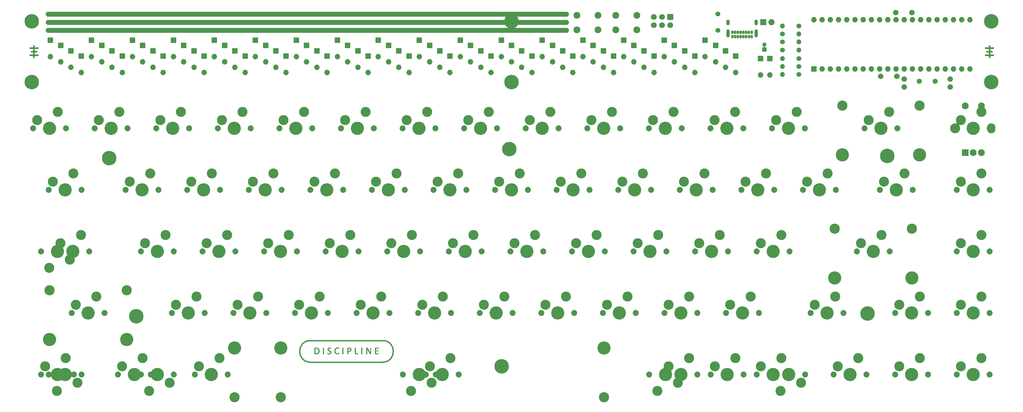
<source format=gts>
G04 #@! TF.GenerationSoftware,KiCad,Pcbnew,(6.0.2)*
G04 #@! TF.CreationDate,2022-04-10T20:08:41+05:30*
G04 #@! TF.ProjectId,discipline-pcb,64697363-6970-46c6-996e-652d7063622e,rev?*
G04 #@! TF.SameCoordinates,Original*
G04 #@! TF.FileFunction,Soldermask,Top*
G04 #@! TF.FilePolarity,Negative*
%FSLAX46Y46*%
G04 Gerber Fmt 4.6, Leading zero omitted, Abs format (unit mm)*
G04 Created by KiCad (PCBNEW (6.0.2)) date 2022-04-10 20:08:41*
%MOMM*%
%LPD*%
G01*
G04 APERTURE LIST*
G04 Aperture macros list*
%AMRoundRect*
0 Rectangle with rounded corners*
0 $1 Rounding radius*
0 $2 $3 $4 $5 $6 $7 $8 $9 X,Y pos of 4 corners*
0 Add a 4 corners polygon primitive as box body*
4,1,4,$2,$3,$4,$5,$6,$7,$8,$9,$2,$3,0*
0 Add four circle primitives for the rounded corners*
1,1,$1+$1,$2,$3*
1,1,$1+$1,$4,$5*
1,1,$1+$1,$6,$7*
1,1,$1+$1,$8,$9*
0 Add four rect primitives between the rounded corners*
20,1,$1+$1,$2,$3,$4,$5,0*
20,1,$1+$1,$4,$5,$6,$7,0*
20,1,$1+$1,$6,$7,$8,$9,0*
20,1,$1+$1,$8,$9,$2,$3,0*%
G04 Aperture macros list end*
%ADD10C,1.500000*%
%ADD11C,0.010000*%
%ADD12C,0.400000*%
%ADD13C,3.150000*%
%ADD14C,4.089800*%
%ADD15RoundRect,0.051000X0.800000X-0.800000X0.800000X0.800000X-0.800000X0.800000X-0.800000X-0.800000X0*%
%ADD16O,1.702000X1.702000*%
%ADD17C,4.502000*%
%ADD18RoundRect,0.051000X1.000000X-1.000000X1.000000X1.000000X-1.000000X1.000000X-1.000000X-1.000000X0*%
%ADD19C,2.102000*%
%ADD20O,3.102000X3.102000*%
%ADD21O,2.602000X3.102000*%
%ADD22C,1.852000*%
%ADD23C,3.102000*%
%ADD24C,1.702000*%
%ADD25RoundRect,0.051000X0.600000X-0.600000X0.600000X0.600000X-0.600000X0.600000X-0.600000X-0.600000X0*%
%ADD26C,1.302000*%
%ADD27O,1.502000X1.502000*%
%ADD28C,1.502000*%
%ADD29RoundRect,0.051000X0.850000X0.850000X-0.850000X0.850000X-0.850000X-0.850000X0.850000X-0.850000X0*%
%ADD30C,1.802000*%
%ADD31C,1.602000*%
%ADD32C,1.902000*%
%ADD33RoundRect,0.051000X-0.900000X-0.900000X0.900000X-0.900000X0.900000X0.900000X-0.900000X0.900000X0*%
%ADD34O,0.752000X1.102000*%
%ADD35O,1.002000X2.502000*%
%ADD36O,1.002000X1.802000*%
%ADD37RoundRect,0.051000X-0.800000X0.800000X-0.800000X-0.800000X0.800000X-0.800000X0.800000X0.800000X0*%
G04 APERTURE END LIST*
D10*
X223254308Y-59503020D02*
X62883004Y-59503020D01*
X223254308Y-61986290D02*
X62883004Y-61986290D01*
X223254308Y-64469560D02*
X62883004Y-64469560D01*
D11*
X354287356Y-69739610D02*
X354856739Y-69741787D01*
X354856739Y-69741787D02*
X355426122Y-69743963D01*
X355426122Y-69743963D02*
X355426122Y-70150363D01*
X355426122Y-70150363D02*
X354287356Y-70154715D01*
X354287356Y-70154715D02*
X354287356Y-70814996D01*
X354287356Y-70814996D02*
X355007023Y-70814996D01*
X355007023Y-70814996D02*
X355007023Y-71246796D01*
X355007023Y-71246796D02*
X354287356Y-71246796D01*
X354287356Y-71246796D02*
X354287356Y-71924010D01*
X354287356Y-71924010D02*
X354856739Y-71926187D01*
X354856739Y-71926187D02*
X355426122Y-71928363D01*
X355426122Y-71928363D02*
X355428385Y-72142146D01*
X355428385Y-72142146D02*
X355430647Y-72355929D01*
X355430647Y-72355929D02*
X354287356Y-72355929D01*
X354287356Y-72355929D02*
X354287356Y-72973996D01*
X354287356Y-72973996D02*
X353847089Y-72973996D01*
X353847089Y-72973996D02*
X353847089Y-72355929D01*
X353847089Y-72355929D02*
X352712556Y-72355929D01*
X352712556Y-72355929D02*
X352712556Y-71924130D01*
X352712556Y-71924130D02*
X353847089Y-71924130D01*
X353847089Y-71924130D02*
X353847089Y-71246796D01*
X353847089Y-71246796D02*
X353135889Y-71246796D01*
X353135889Y-71246796D02*
X353135889Y-70814996D01*
X353135889Y-70814996D02*
X353847089Y-70814996D01*
X353847089Y-70814996D02*
X353847089Y-70154596D01*
X353847089Y-70154596D02*
X352712556Y-70154596D01*
X352712556Y-70154596D02*
X352712556Y-69739730D01*
X352712556Y-69739730D02*
X353846870Y-69739730D01*
X353846870Y-69739730D02*
X353851322Y-69151296D01*
X353851322Y-69151296D02*
X354069339Y-69149037D01*
X354069339Y-69149037D02*
X354287356Y-69146777D01*
X354287356Y-69146777D02*
X354287356Y-69739610D01*
X354287356Y-69739610D02*
X354287356Y-69739610D01*
G36*
X354287356Y-69739610D02*
G01*
X354856739Y-69741787D01*
X355426122Y-69743963D01*
X355426122Y-70150363D01*
X354287356Y-70154715D01*
X354287356Y-70814996D01*
X355007023Y-70814996D01*
X355007023Y-71246796D01*
X354287356Y-71246796D01*
X354287356Y-71924010D01*
X354856739Y-71926187D01*
X355426122Y-71928363D01*
X355428385Y-72142146D01*
X355430647Y-72355929D01*
X354287356Y-72355929D01*
X354287356Y-72973996D01*
X353847089Y-72973996D01*
X353847089Y-72355929D01*
X352712556Y-72355929D01*
X352712556Y-71924130D01*
X353847089Y-71924130D01*
X353847089Y-71246796D01*
X353135889Y-71246796D01*
X353135889Y-70814996D01*
X353847089Y-70814996D01*
X353847089Y-70154596D01*
X352712556Y-70154596D01*
X352712556Y-69739730D01*
X353846870Y-69739730D01*
X353851322Y-69151296D01*
X354069339Y-69149037D01*
X354287356Y-69146777D01*
X354287356Y-69739610D01*
G37*
X354287356Y-69739610D02*
X354856739Y-69741787D01*
X355426122Y-69743963D01*
X355426122Y-70150363D01*
X354287356Y-70154715D01*
X354287356Y-70814996D01*
X355007023Y-70814996D01*
X355007023Y-71246796D01*
X354287356Y-71246796D01*
X354287356Y-71924010D01*
X354856739Y-71926187D01*
X355426122Y-71928363D01*
X355428385Y-72142146D01*
X355430647Y-72355929D01*
X354287356Y-72355929D01*
X354287356Y-72973996D01*
X353847089Y-72973996D01*
X353847089Y-72355929D01*
X352712556Y-72355929D01*
X352712556Y-71924130D01*
X353847089Y-71924130D01*
X353847089Y-71246796D01*
X353135889Y-71246796D01*
X353135889Y-70814996D01*
X353847089Y-70814996D01*
X353847089Y-70154596D01*
X352712556Y-70154596D01*
X352712556Y-69739730D01*
X353846870Y-69739730D01*
X353851322Y-69151296D01*
X354069339Y-69149037D01*
X354287356Y-69146777D01*
X354287356Y-69739610D01*
X58671725Y-69739610D02*
X59241108Y-69741787D01*
X59241108Y-69741787D02*
X59810491Y-69743963D01*
X59810491Y-69743963D02*
X59810491Y-70150363D01*
X59810491Y-70150363D02*
X58671725Y-70154715D01*
X58671725Y-70154715D02*
X58671725Y-70814996D01*
X58671725Y-70814996D02*
X59391392Y-70814996D01*
X59391392Y-70814996D02*
X59391392Y-71246796D01*
X59391392Y-71246796D02*
X58671725Y-71246796D01*
X58671725Y-71246796D02*
X58671725Y-71924010D01*
X58671725Y-71924010D02*
X59241108Y-71926187D01*
X59241108Y-71926187D02*
X59810491Y-71928363D01*
X59810491Y-71928363D02*
X59812754Y-72142146D01*
X59812754Y-72142146D02*
X59815016Y-72355929D01*
X59815016Y-72355929D02*
X58671725Y-72355929D01*
X58671725Y-72355929D02*
X58671725Y-72973996D01*
X58671725Y-72973996D02*
X58231458Y-72973996D01*
X58231458Y-72973996D02*
X58231458Y-72355929D01*
X58231458Y-72355929D02*
X57096925Y-72355929D01*
X57096925Y-72355929D02*
X57096925Y-71924130D01*
X57096925Y-71924130D02*
X58231458Y-71924130D01*
X58231458Y-71924130D02*
X58231458Y-71246796D01*
X58231458Y-71246796D02*
X57520258Y-71246796D01*
X57520258Y-71246796D02*
X57520258Y-70814996D01*
X57520258Y-70814996D02*
X58231458Y-70814996D01*
X58231458Y-70814996D02*
X58231458Y-70154596D01*
X58231458Y-70154596D02*
X57096925Y-70154596D01*
X57096925Y-70154596D02*
X57096925Y-69739730D01*
X57096925Y-69739730D02*
X58231239Y-69739730D01*
X58231239Y-69739730D02*
X58235691Y-69151296D01*
X58235691Y-69151296D02*
X58453708Y-69149037D01*
X58453708Y-69149037D02*
X58671725Y-69146777D01*
X58671725Y-69146777D02*
X58671725Y-69739610D01*
X58671725Y-69739610D02*
X58671725Y-69739610D01*
G36*
X58671725Y-69739610D02*
G01*
X59241108Y-69741787D01*
X59810491Y-69743963D01*
X59810491Y-70150363D01*
X58671725Y-70154715D01*
X58671725Y-70814996D01*
X59391392Y-70814996D01*
X59391392Y-71246796D01*
X58671725Y-71246796D01*
X58671725Y-71924010D01*
X59241108Y-71926187D01*
X59810491Y-71928363D01*
X59812754Y-72142146D01*
X59815016Y-72355929D01*
X58671725Y-72355929D01*
X58671725Y-72973996D01*
X58231458Y-72973996D01*
X58231458Y-72355929D01*
X57096925Y-72355929D01*
X57096925Y-71924130D01*
X58231458Y-71924130D01*
X58231458Y-71246796D01*
X57520258Y-71246796D01*
X57520258Y-70814996D01*
X58231458Y-70814996D01*
X58231458Y-70154596D01*
X57096925Y-70154596D01*
X57096925Y-69739730D01*
X58231239Y-69739730D01*
X58235691Y-69151296D01*
X58453708Y-69149037D01*
X58671725Y-69146777D01*
X58671725Y-69739610D01*
G37*
X58671725Y-69739610D02*
X59241108Y-69741787D01*
X59810491Y-69743963D01*
X59810491Y-70150363D01*
X58671725Y-70154715D01*
X58671725Y-70814996D01*
X59391392Y-70814996D01*
X59391392Y-71246796D01*
X58671725Y-71246796D01*
X58671725Y-71924010D01*
X59241108Y-71926187D01*
X59810491Y-71928363D01*
X59812754Y-72142146D01*
X59815016Y-72355929D01*
X58671725Y-72355929D01*
X58671725Y-72973996D01*
X58231458Y-72973996D01*
X58231458Y-72355929D01*
X57096925Y-72355929D01*
X57096925Y-71924130D01*
X58231458Y-71924130D01*
X58231458Y-71246796D01*
X57520258Y-71246796D01*
X57520258Y-70814996D01*
X58231458Y-70814996D01*
X58231458Y-70154596D01*
X57096925Y-70154596D01*
X57096925Y-69739730D01*
X58231239Y-69739730D01*
X58235691Y-69151296D01*
X58453708Y-69149037D01*
X58671725Y-69146777D01*
X58671725Y-69739610D01*
D12*
X144037456Y-167154210D02*
X166337456Y-167154210D01*
X144057456Y-160474210D02*
X166337456Y-160474210D01*
D11*
X164749072Y-162655368D02*
X164884771Y-162657925D01*
X164884771Y-162657925D02*
X164975079Y-162663614D01*
X164975079Y-162663614D02*
X165029945Y-162673607D01*
X165029945Y-162673607D02*
X165059319Y-162689070D01*
X165059319Y-162689070D02*
X165073151Y-162711174D01*
X165073151Y-162711174D02*
X165074608Y-162715472D01*
X165074608Y-162715472D02*
X165081021Y-162794519D01*
X165081021Y-162794519D02*
X165073315Y-162829739D01*
X165073315Y-162829739D02*
X165056010Y-162852466D01*
X165056010Y-162852466D02*
X165017542Y-162867835D01*
X165017542Y-162867835D02*
X164947162Y-162877197D01*
X164947162Y-162877197D02*
X164834122Y-162881902D01*
X164834122Y-162881902D02*
X164667674Y-162883300D01*
X164667674Y-162883300D02*
X164646928Y-162883310D01*
X164646928Y-162883310D02*
X164241098Y-162883310D01*
X164241098Y-162883310D02*
X164250485Y-163185303D01*
X164250485Y-163185303D02*
X164259872Y-163487295D01*
X164259872Y-163487295D02*
X164610836Y-163496561D01*
X164610836Y-163496561D02*
X164961800Y-163505828D01*
X164961800Y-163505828D02*
X164961800Y-163699506D01*
X164961800Y-163699506D02*
X164243548Y-163699506D01*
X164243548Y-163699506D02*
X164243548Y-164415807D01*
X164243548Y-164415807D02*
X165076068Y-164434081D01*
X165076068Y-164434081D02*
X165076068Y-164629968D01*
X165076068Y-164629968D02*
X164569186Y-164638922D01*
X164569186Y-164638922D02*
X164353731Y-164640947D01*
X164353731Y-164640947D02*
X164197101Y-164638059D01*
X164197101Y-164638059D02*
X164092985Y-164629900D01*
X164092985Y-164629900D02*
X164035072Y-164616111D01*
X164035072Y-164616111D02*
X164022335Y-164607907D01*
X164022335Y-164607907D02*
X164009968Y-164563582D01*
X164009968Y-164563582D02*
X163999695Y-164464305D01*
X163999695Y-164464305D02*
X163991522Y-164320384D01*
X163991522Y-164320384D02*
X163985452Y-164142124D01*
X163985452Y-164142124D02*
X163981490Y-163939834D01*
X163981490Y-163939834D02*
X163979639Y-163723818D01*
X163979639Y-163723818D02*
X163979905Y-163504386D01*
X163979905Y-163504386D02*
X163982291Y-163291842D01*
X163982291Y-163291842D02*
X163986802Y-163096495D01*
X163986802Y-163096495D02*
X163993442Y-162928651D01*
X163993442Y-162928651D02*
X164002214Y-162798616D01*
X164002214Y-162798616D02*
X164013125Y-162716699D01*
X164013125Y-162716699D02*
X164021543Y-162693953D01*
X164021543Y-162693953D02*
X164067798Y-162676565D01*
X164067798Y-162676565D02*
X164168692Y-162664409D01*
X164168692Y-162664409D02*
X164327682Y-162657231D01*
X164327682Y-162657231D02*
X164548224Y-162654779D01*
X164548224Y-162654779D02*
X164558032Y-162654776D01*
X164558032Y-162654776D02*
X164749072Y-162655368D01*
X164749072Y-162655368D02*
X164749072Y-162655368D01*
G36*
X164749072Y-162655368D02*
G01*
X164884771Y-162657925D01*
X164975079Y-162663614D01*
X165029945Y-162673607D01*
X165059319Y-162689070D01*
X165073151Y-162711174D01*
X165074608Y-162715472D01*
X165081021Y-162794519D01*
X165073315Y-162829739D01*
X165056010Y-162852466D01*
X165017542Y-162867835D01*
X164947162Y-162877197D01*
X164834122Y-162881902D01*
X164667674Y-162883300D01*
X164646928Y-162883310D01*
X164241098Y-162883310D01*
X164250485Y-163185303D01*
X164259872Y-163487295D01*
X164610836Y-163496561D01*
X164961800Y-163505828D01*
X164961800Y-163699506D01*
X164243548Y-163699506D01*
X164243548Y-164415807D01*
X165076068Y-164434081D01*
X165076068Y-164629968D01*
X164569186Y-164638922D01*
X164353731Y-164640947D01*
X164197101Y-164638059D01*
X164092985Y-164629900D01*
X164035072Y-164616111D01*
X164022335Y-164607907D01*
X164009968Y-164563582D01*
X163999695Y-164464305D01*
X163991522Y-164320384D01*
X163985452Y-164142124D01*
X163981490Y-163939834D01*
X163979639Y-163723818D01*
X163979905Y-163504386D01*
X163982291Y-163291842D01*
X163986802Y-163096495D01*
X163993442Y-162928651D01*
X164002214Y-162798616D01*
X164013125Y-162716699D01*
X164021543Y-162693953D01*
X164067798Y-162676565D01*
X164168692Y-162664409D01*
X164327682Y-162657231D01*
X164548224Y-162654779D01*
X164558032Y-162654776D01*
X164749072Y-162655368D01*
G37*
X164749072Y-162655368D02*
X164884771Y-162657925D01*
X164975079Y-162663614D01*
X165029945Y-162673607D01*
X165059319Y-162689070D01*
X165073151Y-162711174D01*
X165074608Y-162715472D01*
X165081021Y-162794519D01*
X165073315Y-162829739D01*
X165056010Y-162852466D01*
X165017542Y-162867835D01*
X164947162Y-162877197D01*
X164834122Y-162881902D01*
X164667674Y-162883300D01*
X164646928Y-162883310D01*
X164241098Y-162883310D01*
X164250485Y-163185303D01*
X164259872Y-163487295D01*
X164610836Y-163496561D01*
X164961800Y-163505828D01*
X164961800Y-163699506D01*
X164243548Y-163699506D01*
X164243548Y-164415807D01*
X165076068Y-164434081D01*
X165076068Y-164629968D01*
X164569186Y-164638922D01*
X164353731Y-164640947D01*
X164197101Y-164638059D01*
X164092985Y-164629900D01*
X164035072Y-164616111D01*
X164022335Y-164607907D01*
X164009968Y-164563582D01*
X163999695Y-164464305D01*
X163991522Y-164320384D01*
X163985452Y-164142124D01*
X163981490Y-163939834D01*
X163979639Y-163723818D01*
X163979905Y-163504386D01*
X163982291Y-163291842D01*
X163986802Y-163096495D01*
X163993442Y-162928651D01*
X164002214Y-162798616D01*
X164013125Y-162716699D01*
X164021543Y-162693953D01*
X164067798Y-162676565D01*
X164168692Y-162664409D01*
X164327682Y-162657231D01*
X164548224Y-162654779D01*
X164558032Y-162654776D01*
X164749072Y-162655368D01*
X162734069Y-163640268D02*
X162725425Y-164629968D01*
X162725425Y-164629968D02*
X162611158Y-164639583D01*
X162611158Y-164639583D02*
X162517601Y-164634566D01*
X162517601Y-164634566D02*
X162445477Y-164609338D01*
X162445477Y-164609338D02*
X162442159Y-164606936D01*
X162442159Y-164606936D02*
X162412497Y-164568132D01*
X162412497Y-164568132D02*
X162356197Y-164479783D01*
X162356197Y-164479783D02*
X162277860Y-164349678D01*
X162277860Y-164349678D02*
X162182092Y-164185608D01*
X162182092Y-164185608D02*
X162073495Y-163995362D01*
X162073495Y-163995362D02*
X161956674Y-163786732D01*
X161956674Y-163786732D02*
X161944856Y-163765409D01*
X161944856Y-163765409D02*
X161502285Y-162966146D01*
X161502285Y-162966146D02*
X161493546Y-163798057D01*
X161493546Y-163798057D02*
X161484808Y-164629968D01*
X161484808Y-164629968D02*
X161378221Y-164640235D01*
X161378221Y-164640235D02*
X161271634Y-164650501D01*
X161271634Y-164650501D02*
X161280277Y-163660800D01*
X161280277Y-163660800D02*
X161288921Y-162671099D01*
X161288921Y-162671099D02*
X161440339Y-162661298D01*
X161440339Y-162661298D02*
X161541129Y-162660739D01*
X161541129Y-162660739D02*
X161603506Y-162681279D01*
X161603506Y-162681279D02*
X161652550Y-162730572D01*
X161652550Y-162730572D02*
X161684699Y-162780561D01*
X161684699Y-162780561D02*
X161742835Y-162879148D01*
X161742835Y-162879148D02*
X161821926Y-163017470D01*
X161821926Y-163017470D02*
X161916944Y-163186666D01*
X161916944Y-163186666D02*
X162022859Y-163377872D01*
X162022859Y-163377872D02*
X162105117Y-163527999D01*
X162105117Y-163527999D02*
X162496890Y-164246351D01*
X162496890Y-164246351D02*
X162529538Y-162671099D01*
X162529538Y-162671099D02*
X162636125Y-162660833D01*
X162636125Y-162660833D02*
X162742713Y-162650567D01*
X162742713Y-162650567D02*
X162734069Y-163640268D01*
X162734069Y-163640268D02*
X162734069Y-163640268D01*
G36*
X162734069Y-163640268D02*
G01*
X162725425Y-164629968D01*
X162611158Y-164639583D01*
X162517601Y-164634566D01*
X162445477Y-164609338D01*
X162442159Y-164606936D01*
X162412497Y-164568132D01*
X162356197Y-164479783D01*
X162277860Y-164349678D01*
X162182092Y-164185608D01*
X162073495Y-163995362D01*
X161956674Y-163786732D01*
X161944856Y-163765409D01*
X161502285Y-162966146D01*
X161493546Y-163798057D01*
X161484808Y-164629968D01*
X161378221Y-164640235D01*
X161271634Y-164650501D01*
X161280277Y-163660800D01*
X161288921Y-162671099D01*
X161440339Y-162661298D01*
X161541129Y-162660739D01*
X161603506Y-162681279D01*
X161652550Y-162730572D01*
X161684699Y-162780561D01*
X161742835Y-162879148D01*
X161821926Y-163017470D01*
X161916944Y-163186666D01*
X162022859Y-163377872D01*
X162105117Y-163527999D01*
X162496890Y-164246351D01*
X162529538Y-162671099D01*
X162636125Y-162660833D01*
X162742713Y-162650567D01*
X162734069Y-163640268D01*
G37*
X162734069Y-163640268D02*
X162725425Y-164629968D01*
X162611158Y-164639583D01*
X162517601Y-164634566D01*
X162445477Y-164609338D01*
X162442159Y-164606936D01*
X162412497Y-164568132D01*
X162356197Y-164479783D01*
X162277860Y-164349678D01*
X162182092Y-164185608D01*
X162073495Y-163995362D01*
X161956674Y-163786732D01*
X161944856Y-163765409D01*
X161502285Y-162966146D01*
X161493546Y-163798057D01*
X161484808Y-164629968D01*
X161378221Y-164640235D01*
X161271634Y-164650501D01*
X161280277Y-163660800D01*
X161288921Y-162671099D01*
X161440339Y-162661298D01*
X161541129Y-162660739D01*
X161603506Y-162681279D01*
X161652550Y-162730572D01*
X161684699Y-162780561D01*
X161742835Y-162879148D01*
X161821926Y-163017470D01*
X161916944Y-163186666D01*
X162022859Y-163377872D01*
X162105117Y-163527999D01*
X162496890Y-164246351D01*
X162529538Y-162671099D01*
X162636125Y-162660833D01*
X162742713Y-162650567D01*
X162734069Y-163640268D01*
X159893227Y-162660967D02*
X160015656Y-162671099D01*
X160015656Y-162671099D02*
X160015656Y-164629968D01*
X160015656Y-164629968D02*
X159770798Y-164650234D01*
X159770798Y-164650234D02*
X159770798Y-162650834D01*
X159770798Y-162650834D02*
X159893227Y-162660967D01*
X159893227Y-162660967D02*
X159893227Y-162660967D01*
G36*
X159893227Y-162660967D02*
G01*
X160015656Y-162671099D01*
X160015656Y-164629968D01*
X159770798Y-164650234D01*
X159770798Y-162650834D01*
X159893227Y-162660967D01*
G37*
X159893227Y-162660967D02*
X160015656Y-162671099D01*
X160015656Y-164629968D01*
X159770798Y-164650234D01*
X159770798Y-162650834D01*
X159893227Y-162660967D01*
X157869063Y-162660967D02*
X157991492Y-162671099D01*
X157991492Y-162671099D02*
X158008878Y-164415629D01*
X158008878Y-164415629D02*
X158742392Y-164434081D01*
X158742392Y-164434081D02*
X158742392Y-164629968D01*
X158742392Y-164629968D02*
X158267114Y-164638967D01*
X158267114Y-164638967D02*
X158097108Y-164640682D01*
X158097108Y-164640682D02*
X157950808Y-164639315D01*
X157950808Y-164639315D02*
X157840400Y-164635199D01*
X157840400Y-164635199D02*
X157778070Y-164628668D01*
X157778070Y-164628668D02*
X157769235Y-164625364D01*
X157769235Y-164625364D02*
X157763550Y-164588205D01*
X157763550Y-164588205D02*
X157758388Y-164493994D01*
X157758388Y-164493994D02*
X157753938Y-164350974D01*
X157753938Y-164350974D02*
X157750385Y-164167387D01*
X157750385Y-164167387D02*
X157747916Y-163951478D01*
X157747916Y-163951478D02*
X157746718Y-163711488D01*
X157746718Y-163711488D02*
X157746633Y-163626798D01*
X157746633Y-163626798D02*
X157746633Y-162650834D01*
X157746633Y-162650834D02*
X157869063Y-162660967D01*
X157869063Y-162660967D02*
X157869063Y-162660967D01*
G36*
X157869063Y-162660967D02*
G01*
X157991492Y-162671099D01*
X158008878Y-164415629D01*
X158742392Y-164434081D01*
X158742392Y-164629968D01*
X158267114Y-164638967D01*
X158097108Y-164640682D01*
X157950808Y-164639315D01*
X157840400Y-164635199D01*
X157778070Y-164628668D01*
X157769235Y-164625364D01*
X157763550Y-164588205D01*
X157758388Y-164493994D01*
X157753938Y-164350974D01*
X157750385Y-164167387D01*
X157747916Y-163951478D01*
X157746718Y-163711488D01*
X157746633Y-163626798D01*
X157746633Y-162650834D01*
X157869063Y-162660967D01*
G37*
X157869063Y-162660967D02*
X157991492Y-162671099D01*
X158008878Y-164415629D01*
X158742392Y-164434081D01*
X158742392Y-164629968D01*
X158267114Y-164638967D01*
X158097108Y-164640682D01*
X157950808Y-164639315D01*
X157840400Y-164635199D01*
X157778070Y-164628668D01*
X157769235Y-164625364D01*
X157763550Y-164588205D01*
X157758388Y-164493994D01*
X157753938Y-164350974D01*
X157750385Y-164167387D01*
X157747916Y-163951478D01*
X157746718Y-163711488D01*
X157746633Y-163626798D01*
X157746633Y-162650834D01*
X157869063Y-162660967D01*
X155863650Y-162660711D02*
X156033793Y-162669015D01*
X156033793Y-162669015D02*
X156154340Y-162680525D01*
X156154340Y-162680525D02*
X156240993Y-162698121D01*
X156240993Y-162698121D02*
X156309451Y-162724684D01*
X156309451Y-162724684D02*
X156356603Y-162751175D01*
X156356603Y-162751175D02*
X156483192Y-162851186D01*
X156483192Y-162851186D02*
X156561203Y-162971445D01*
X156561203Y-162971445D02*
X156597976Y-163126571D01*
X156597976Y-163126571D02*
X156603301Y-163242436D01*
X156603301Y-163242436D02*
X156579591Y-163453977D01*
X156579591Y-163453977D02*
X156508446Y-163622394D01*
X156508446Y-163622394D02*
X156388472Y-163748994D01*
X156388472Y-163748994D02*
X156218272Y-163835080D01*
X156218272Y-163835080D02*
X155996453Y-163881960D01*
X155996453Y-163881960D02*
X155912375Y-163889009D01*
X155912375Y-163889009D02*
X155657173Y-163903782D01*
X155657173Y-163903782D02*
X155657173Y-164646292D01*
X155657173Y-164646292D02*
X155548347Y-164646292D01*
X155548347Y-164646292D02*
X155467677Y-164640319D01*
X155467677Y-164640319D02*
X155419230Y-164625812D01*
X155419230Y-164625812D02*
X155417756Y-164624527D01*
X155417756Y-164624527D02*
X155412174Y-164587498D01*
X155412174Y-164587498D02*
X155407121Y-164493586D01*
X155407121Y-164493586D02*
X155402789Y-164351203D01*
X155402789Y-164351203D02*
X155399368Y-164168760D01*
X155399368Y-164168760D02*
X155397049Y-163954668D01*
X155397049Y-163954668D02*
X155396024Y-163717340D01*
X155396024Y-163717340D02*
X155395991Y-163665414D01*
X155395991Y-163665414D02*
X155396428Y-163387409D01*
X155396428Y-163387409D02*
X155397972Y-163167721D01*
X155397972Y-163167721D02*
X155400974Y-162999379D01*
X155400974Y-162999379D02*
X155405476Y-162883310D01*
X155405476Y-162883310D02*
X155657173Y-162883310D01*
X155657173Y-162883310D02*
X155657173Y-163269643D01*
X155657173Y-163269643D02*
X155658914Y-163422368D01*
X155658914Y-163422368D02*
X155663650Y-163550448D01*
X155663650Y-163550448D02*
X155670653Y-163640207D01*
X155670653Y-163640207D02*
X155678938Y-163677740D01*
X155678938Y-163677740D02*
X155730938Y-163694686D01*
X155730938Y-163694686D02*
X155824375Y-163698293D01*
X155824375Y-163698293D02*
X155936910Y-163689223D01*
X155936910Y-163689223D02*
X156046201Y-163668137D01*
X156046201Y-163668137D02*
X156051371Y-163666725D01*
X156051371Y-163666725D02*
X156190303Y-163602535D01*
X156190303Y-163602535D02*
X156281681Y-163497595D01*
X156281681Y-163497595D02*
X156329504Y-163346643D01*
X156329504Y-163346643D02*
X156335892Y-163292377D01*
X156335892Y-163292377D02*
X156341468Y-163185561D01*
X156341468Y-163185561D02*
X156329626Y-163116034D01*
X156329626Y-163116034D02*
X156290997Y-163056290D01*
X156290997Y-163056290D02*
X156235758Y-162998296D01*
X156235758Y-162998296D02*
X156171379Y-162937956D01*
X156171379Y-162937956D02*
X156115104Y-162903537D01*
X156115104Y-162903537D02*
X156045070Y-162887790D01*
X156045070Y-162887790D02*
X155939416Y-162883466D01*
X155939416Y-162883466D02*
X155888973Y-162883310D01*
X155888973Y-162883310D02*
X155657173Y-162883310D01*
X155657173Y-162883310D02*
X155405476Y-162883310D01*
X155405476Y-162883310D02*
X155405783Y-162875408D01*
X155405783Y-162875408D02*
X155412749Y-162788836D01*
X155412749Y-162788836D02*
X155422223Y-162732690D01*
X155422223Y-162732690D02*
X155434555Y-162699996D01*
X155434555Y-162699996D02*
X155445090Y-162687318D01*
X155445090Y-162687318D02*
X155493218Y-162668250D01*
X155493218Y-162668250D02*
X155585445Y-162658270D01*
X155585445Y-162658270D02*
X155729471Y-162656887D01*
X155729471Y-162656887D02*
X155863650Y-162660711D01*
X155863650Y-162660711D02*
X155863650Y-162660711D01*
G36*
X155863650Y-162660711D02*
G01*
X156033793Y-162669015D01*
X156154340Y-162680525D01*
X156240993Y-162698121D01*
X156309451Y-162724684D01*
X156356603Y-162751175D01*
X156483192Y-162851186D01*
X156561203Y-162971445D01*
X156597976Y-163126571D01*
X156603301Y-163242436D01*
X156579591Y-163453977D01*
X156508446Y-163622394D01*
X156388472Y-163748994D01*
X156218272Y-163835080D01*
X155996453Y-163881960D01*
X155912375Y-163889009D01*
X155657173Y-163903782D01*
X155657173Y-164646292D01*
X155548347Y-164646292D01*
X155467677Y-164640319D01*
X155419230Y-164625812D01*
X155417756Y-164624527D01*
X155412174Y-164587498D01*
X155407121Y-164493586D01*
X155402789Y-164351203D01*
X155399368Y-164168760D01*
X155397049Y-163954668D01*
X155396024Y-163717340D01*
X155395991Y-163665414D01*
X155396428Y-163387409D01*
X155397256Y-163269643D01*
X155657173Y-163269643D01*
X155658914Y-163422368D01*
X155663650Y-163550448D01*
X155670653Y-163640207D01*
X155678938Y-163677740D01*
X155730938Y-163694686D01*
X155824375Y-163698293D01*
X155936910Y-163689223D01*
X156046201Y-163668137D01*
X156051371Y-163666725D01*
X156190303Y-163602535D01*
X156281681Y-163497595D01*
X156329504Y-163346643D01*
X156335892Y-163292377D01*
X156341468Y-163185561D01*
X156329626Y-163116034D01*
X156290997Y-163056290D01*
X156235758Y-162998296D01*
X156171379Y-162937956D01*
X156115104Y-162903537D01*
X156045070Y-162887790D01*
X155939416Y-162883466D01*
X155888973Y-162883310D01*
X155657173Y-162883310D01*
X155657173Y-163269643D01*
X155397256Y-163269643D01*
X155397972Y-163167721D01*
X155400974Y-162999379D01*
X155405476Y-162883310D01*
X155405783Y-162875408D01*
X155412749Y-162788836D01*
X155422223Y-162732690D01*
X155434555Y-162699996D01*
X155445090Y-162687318D01*
X155493218Y-162668250D01*
X155585445Y-162658270D01*
X155729471Y-162656887D01*
X155863650Y-162660711D01*
G37*
X155863650Y-162660711D02*
X156033793Y-162669015D01*
X156154340Y-162680525D01*
X156240993Y-162698121D01*
X156309451Y-162724684D01*
X156356603Y-162751175D01*
X156483192Y-162851186D01*
X156561203Y-162971445D01*
X156597976Y-163126571D01*
X156603301Y-163242436D01*
X156579591Y-163453977D01*
X156508446Y-163622394D01*
X156388472Y-163748994D01*
X156218272Y-163835080D01*
X155996453Y-163881960D01*
X155912375Y-163889009D01*
X155657173Y-163903782D01*
X155657173Y-164646292D01*
X155548347Y-164646292D01*
X155467677Y-164640319D01*
X155419230Y-164625812D01*
X155417756Y-164624527D01*
X155412174Y-164587498D01*
X155407121Y-164493586D01*
X155402789Y-164351203D01*
X155399368Y-164168760D01*
X155397049Y-163954668D01*
X155396024Y-163717340D01*
X155395991Y-163665414D01*
X155396428Y-163387409D01*
X155397256Y-163269643D01*
X155657173Y-163269643D01*
X155658914Y-163422368D01*
X155663650Y-163550448D01*
X155670653Y-163640207D01*
X155678938Y-163677740D01*
X155730938Y-163694686D01*
X155824375Y-163698293D01*
X155936910Y-163689223D01*
X156046201Y-163668137D01*
X156051371Y-163666725D01*
X156190303Y-163602535D01*
X156281681Y-163497595D01*
X156329504Y-163346643D01*
X156335892Y-163292377D01*
X156341468Y-163185561D01*
X156329626Y-163116034D01*
X156290997Y-163056290D01*
X156235758Y-162998296D01*
X156171379Y-162937956D01*
X156115104Y-162903537D01*
X156045070Y-162887790D01*
X155939416Y-162883466D01*
X155888973Y-162883310D01*
X155657173Y-162883310D01*
X155657173Y-163269643D01*
X155397256Y-163269643D01*
X155397972Y-163167721D01*
X155400974Y-162999379D01*
X155405476Y-162883310D01*
X155405783Y-162875408D01*
X155412749Y-162788836D01*
X155422223Y-162732690D01*
X155434555Y-162699996D01*
X155445090Y-162687318D01*
X155493218Y-162668250D01*
X155585445Y-162658270D01*
X155729471Y-162656887D01*
X155863650Y-162660711D01*
X154155374Y-164646292D02*
X154040082Y-164646292D01*
X154040082Y-164646292D02*
X153959195Y-164635741D01*
X153959195Y-164635741D02*
X153911587Y-164609863D01*
X153911587Y-164609863D02*
X153908977Y-164605085D01*
X153908977Y-164605085D02*
X153905221Y-164562951D01*
X153905221Y-164562951D02*
X153902376Y-164464122D01*
X153902376Y-164464122D02*
X153900505Y-164317194D01*
X153900505Y-164317194D02*
X153899669Y-164130761D01*
X153899669Y-164130761D02*
X153899931Y-163913418D01*
X153899931Y-163913418D02*
X153901352Y-163673761D01*
X153901352Y-163673761D02*
X153901840Y-163617489D01*
X153901840Y-163617489D02*
X153910515Y-162671099D01*
X153910515Y-162671099D02*
X154032944Y-162660967D01*
X154032944Y-162660967D02*
X154155374Y-162650834D01*
X154155374Y-162650834D02*
X154155374Y-164646292D01*
X154155374Y-164646292D02*
X154155374Y-164646292D01*
G36*
X154155374Y-164646292D02*
G01*
X154040082Y-164646292D01*
X153959195Y-164635741D01*
X153911587Y-164609863D01*
X153908977Y-164605085D01*
X153905221Y-164562951D01*
X153902376Y-164464122D01*
X153900505Y-164317194D01*
X153899669Y-164130761D01*
X153899931Y-163913418D01*
X153901352Y-163673761D01*
X153901840Y-163617489D01*
X153910515Y-162671099D01*
X154032944Y-162660967D01*
X154155374Y-162650834D01*
X154155374Y-164646292D01*
G37*
X154155374Y-164646292D02*
X154040082Y-164646292D01*
X153959195Y-164635741D01*
X153911587Y-164609863D01*
X153908977Y-164605085D01*
X153905221Y-164562951D01*
X153902376Y-164464122D01*
X153900505Y-164317194D01*
X153899669Y-164130761D01*
X153899931Y-163913418D01*
X153901352Y-163673761D01*
X153901840Y-163617489D01*
X153910515Y-162671099D01*
X154032944Y-162660967D01*
X154155374Y-162650834D01*
X154155374Y-164646292D01*
X148131852Y-164629968D02*
X148025522Y-164640216D01*
X148025522Y-164640216D02*
X147939522Y-164635155D01*
X147939522Y-164635155D02*
X147902579Y-164607170D01*
X147902579Y-164607170D02*
X147898618Y-164564485D01*
X147898618Y-164564485D02*
X147895587Y-164465130D01*
X147895587Y-164465130D02*
X147893557Y-164317724D01*
X147893557Y-164317724D02*
X147892596Y-164130887D01*
X147892596Y-164130887D02*
X147892773Y-163913238D01*
X147892773Y-163913238D02*
X147894159Y-163673398D01*
X147894159Y-163673398D02*
X147894642Y-163617489D01*
X147894642Y-163617489D02*
X147903317Y-162671099D01*
X147903317Y-162671099D02*
X148131852Y-162671099D01*
X148131852Y-162671099D02*
X148131852Y-164629968D01*
X148131852Y-164629968D02*
X148131852Y-164629968D01*
G36*
X148131852Y-164629968D02*
G01*
X148025522Y-164640216D01*
X147939522Y-164635155D01*
X147902579Y-164607170D01*
X147898618Y-164564485D01*
X147895587Y-164465130D01*
X147893557Y-164317724D01*
X147892596Y-164130887D01*
X147892773Y-163913238D01*
X147894159Y-163673398D01*
X147894642Y-163617489D01*
X147903317Y-162671099D01*
X148131852Y-162671099D01*
X148131852Y-164629968D01*
G37*
X148131852Y-164629968D02*
X148025522Y-164640216D01*
X147939522Y-164635155D01*
X147902579Y-164607170D01*
X147898618Y-164564485D01*
X147895587Y-164465130D01*
X147893557Y-164317724D01*
X147892596Y-164130887D01*
X147892773Y-163913238D01*
X147894159Y-163673398D01*
X147894642Y-163617489D01*
X147903317Y-162671099D01*
X148131852Y-162671099D01*
X148131852Y-164629968D01*
X145844792Y-162663531D02*
X146057901Y-162687634D01*
X146057901Y-162687634D02*
X146234495Y-162736457D01*
X146234495Y-162736457D02*
X146387427Y-162812457D01*
X146387427Y-162812457D02*
X146394580Y-162816950D01*
X146394580Y-162816950D02*
X146546193Y-162950535D01*
X146546193Y-162950535D02*
X146660045Y-163130150D01*
X146660045Y-163130150D02*
X146732980Y-163346453D01*
X146732980Y-163346453D02*
X146761840Y-163590101D01*
X146761840Y-163590101D02*
X146743731Y-163850102D01*
X146743731Y-163850102D02*
X146681412Y-164098167D01*
X146681412Y-164098167D02*
X146579948Y-164296471D01*
X146579948Y-164296471D02*
X146436000Y-164449859D01*
X146436000Y-164449859D02*
X146254602Y-164559414D01*
X146254602Y-164559414D02*
X146163426Y-164588215D01*
X146163426Y-164588215D02*
X146035359Y-164612240D01*
X146035359Y-164612240D02*
X145884217Y-164630801D01*
X145884217Y-164630801D02*
X145723819Y-164643212D01*
X145723819Y-164643212D02*
X145567982Y-164648785D01*
X145567982Y-164648785D02*
X145430523Y-164646834D01*
X145430523Y-164646834D02*
X145325259Y-164636671D01*
X145325259Y-164636671D02*
X145266009Y-164617610D01*
X145266009Y-164617610D02*
X145258782Y-164608931D01*
X145258782Y-164608931D02*
X145254647Y-164565780D01*
X145254647Y-164565780D02*
X145251459Y-164465980D01*
X145251459Y-164465980D02*
X145249295Y-164318171D01*
X145249295Y-164318171D02*
X145248228Y-164130992D01*
X145248228Y-164130992D02*
X145248335Y-163913086D01*
X145248335Y-163913086D02*
X145249689Y-163673092D01*
X145249689Y-163673092D02*
X145250169Y-163617489D01*
X145250169Y-163617489D02*
X145256898Y-162883310D01*
X145256898Y-162883310D02*
X145503703Y-162883310D01*
X145503703Y-162883310D02*
X145503703Y-164417758D01*
X145503703Y-164417758D02*
X145757967Y-164417758D01*
X145757967Y-164417758D02*
X145915175Y-164412346D01*
X145915175Y-164412346D02*
X146032635Y-164393063D01*
X146032635Y-164393063D02*
X146135227Y-164355341D01*
X146135227Y-164355341D02*
X146157903Y-164344300D01*
X146157903Y-164344300D02*
X146295793Y-164246591D01*
X146295793Y-164246591D02*
X146392863Y-164109937D01*
X146392863Y-164109937D02*
X146452488Y-163927864D01*
X146452488Y-163927864D02*
X146476152Y-163734335D01*
X146476152Y-163734335D02*
X146474971Y-163502917D01*
X146474971Y-163502917D02*
X146439735Y-163316878D01*
X146439735Y-163316878D02*
X146367335Y-163164100D01*
X146367335Y-163164100D02*
X146310872Y-163090229D01*
X146310872Y-163090229D02*
X146204191Y-162989823D01*
X146204191Y-162989823D02*
X146084972Y-162926035D01*
X146084972Y-162926035D02*
X145936269Y-162892618D01*
X145936269Y-162892618D02*
X145749610Y-162883310D01*
X145749610Y-162883310D02*
X145503703Y-162883310D01*
X145503703Y-162883310D02*
X145256898Y-162883310D01*
X145256898Y-162883310D02*
X145258844Y-162671099D01*
X145258844Y-162671099D02*
X145582316Y-162661693D01*
X145582316Y-162661693D02*
X145844792Y-162663531D01*
X145844792Y-162663531D02*
X145844792Y-162663531D01*
G36*
X145844792Y-162663531D02*
G01*
X146057901Y-162687634D01*
X146234495Y-162736457D01*
X146387427Y-162812457D01*
X146394580Y-162816950D01*
X146546193Y-162950535D01*
X146660045Y-163130150D01*
X146732980Y-163346453D01*
X146761840Y-163590101D01*
X146743731Y-163850102D01*
X146681412Y-164098167D01*
X146579948Y-164296471D01*
X146436000Y-164449859D01*
X146254602Y-164559414D01*
X146163426Y-164588215D01*
X146035359Y-164612240D01*
X145884217Y-164630801D01*
X145723819Y-164643212D01*
X145567982Y-164648785D01*
X145430523Y-164646834D01*
X145325259Y-164636671D01*
X145266009Y-164617610D01*
X145258782Y-164608931D01*
X145254647Y-164565780D01*
X145251459Y-164465980D01*
X145250753Y-164417758D01*
X145503703Y-164417758D01*
X145757967Y-164417758D01*
X145915175Y-164412346D01*
X146032635Y-164393063D01*
X146135227Y-164355341D01*
X146157903Y-164344300D01*
X146295793Y-164246591D01*
X146392863Y-164109937D01*
X146452488Y-163927864D01*
X146476152Y-163734335D01*
X146474971Y-163502917D01*
X146439735Y-163316878D01*
X146367335Y-163164100D01*
X146310872Y-163090229D01*
X146204191Y-162989823D01*
X146084972Y-162926035D01*
X145936269Y-162892618D01*
X145749610Y-162883310D01*
X145503703Y-162883310D01*
X145503703Y-164417758D01*
X145250753Y-164417758D01*
X145249295Y-164318171D01*
X145248228Y-164130992D01*
X145248335Y-163913086D01*
X145249689Y-163673092D01*
X145250169Y-163617489D01*
X145256898Y-162883310D01*
X145258844Y-162671099D01*
X145582316Y-162661693D01*
X145844792Y-162663531D01*
G37*
X145844792Y-162663531D02*
X146057901Y-162687634D01*
X146234495Y-162736457D01*
X146387427Y-162812457D01*
X146394580Y-162816950D01*
X146546193Y-162950535D01*
X146660045Y-163130150D01*
X146732980Y-163346453D01*
X146761840Y-163590101D01*
X146743731Y-163850102D01*
X146681412Y-164098167D01*
X146579948Y-164296471D01*
X146436000Y-164449859D01*
X146254602Y-164559414D01*
X146163426Y-164588215D01*
X146035359Y-164612240D01*
X145884217Y-164630801D01*
X145723819Y-164643212D01*
X145567982Y-164648785D01*
X145430523Y-164646834D01*
X145325259Y-164636671D01*
X145266009Y-164617610D01*
X145258782Y-164608931D01*
X145254647Y-164565780D01*
X145251459Y-164465980D01*
X145250753Y-164417758D01*
X145503703Y-164417758D01*
X145757967Y-164417758D01*
X145915175Y-164412346D01*
X146032635Y-164393063D01*
X146135227Y-164355341D01*
X146157903Y-164344300D01*
X146295793Y-164246591D01*
X146392863Y-164109937D01*
X146452488Y-163927864D01*
X146476152Y-163734335D01*
X146474971Y-163502917D01*
X146439735Y-163316878D01*
X146367335Y-163164100D01*
X146310872Y-163090229D01*
X146204191Y-162989823D01*
X146084972Y-162926035D01*
X145936269Y-162892618D01*
X145749610Y-162883310D01*
X145503703Y-162883310D01*
X145503703Y-164417758D01*
X145250753Y-164417758D01*
X145249295Y-164318171D01*
X145248228Y-164130992D01*
X145248335Y-163913086D01*
X145249689Y-163673092D01*
X145250169Y-163617489D01*
X145256898Y-162883310D01*
X145258844Y-162671099D01*
X145582316Y-162661693D01*
X145844792Y-162663531D01*
X152408386Y-162635959D02*
X152621244Y-162690119D01*
X152621244Y-162690119D02*
X152679962Y-162716878D01*
X152679962Y-162716878D02*
X152784487Y-162784344D01*
X152784487Y-162784344D02*
X152836756Y-162860616D01*
X152836756Y-162860616D02*
X152849461Y-162949349D01*
X152849461Y-162949349D02*
X152834489Y-163012693D01*
X152834489Y-163012693D02*
X152786729Y-163026512D01*
X152786729Y-163026512D02*
X152701921Y-162991031D01*
X152701921Y-162991031D02*
X152651765Y-162959858D01*
X152651765Y-162959858D02*
X152513590Y-162891158D01*
X152513590Y-162891158D02*
X152352941Y-162860803D01*
X152352941Y-162860803D02*
X152332306Y-162859344D01*
X152332306Y-162859344D02*
X152143062Y-162872186D01*
X152143062Y-162872186D02*
X151989583Y-162938547D01*
X151989583Y-162938547D02*
X151866387Y-163061565D01*
X151866387Y-163061565D02*
X151806649Y-163160111D01*
X151806649Y-163160111D02*
X151768065Y-163242415D01*
X151768065Y-163242415D02*
X151743490Y-163320306D01*
X151743490Y-163320306D02*
X151729877Y-163412270D01*
X151729877Y-163412270D02*
X151724181Y-163536793D01*
X151724181Y-163536793D02*
X151723274Y-163666152D01*
X151723274Y-163666152D02*
X151725317Y-163830258D01*
X151725317Y-163830258D02*
X151733073Y-163946696D01*
X151733073Y-163946696D02*
X151749257Y-164033021D01*
X151749257Y-164033021D02*
X151776585Y-164106793D01*
X151776585Y-164106793D02*
X151798048Y-164149694D01*
X151798048Y-164149694D02*
X151908533Y-164293309D01*
X151908533Y-164293309D02*
X152054800Y-164390362D01*
X152054800Y-164390362D02*
X152224605Y-164438527D01*
X152224605Y-164438527D02*
X152405703Y-164435479D01*
X152405703Y-164435479D02*
X152585849Y-164378891D01*
X152585849Y-164378891D02*
X152687818Y-164318677D01*
X152687818Y-164318677D02*
X152759436Y-164274662D01*
X152759436Y-164274662D02*
X152811380Y-164254634D01*
X152811380Y-164254634D02*
X152813691Y-164254519D01*
X152813691Y-164254519D02*
X152844489Y-164280286D01*
X152844489Y-164280286D02*
X152849916Y-164343086D01*
X152849916Y-164343086D02*
X152833021Y-164421166D01*
X152833021Y-164421166D02*
X152796856Y-164492776D01*
X152796856Y-164492776D02*
X152777122Y-164515256D01*
X152777122Y-164515256D02*
X152656447Y-164591254D01*
X152656447Y-164591254D02*
X152493250Y-164643959D01*
X152493250Y-164643959D02*
X152307205Y-164669959D01*
X152307205Y-164669959D02*
X152117982Y-164665847D01*
X152117982Y-164665847D02*
X152012312Y-164647796D01*
X152012312Y-164647796D02*
X151824801Y-164571180D01*
X151824801Y-164571180D02*
X151668871Y-164441890D01*
X151668871Y-164441890D02*
X151547844Y-164266117D01*
X151547844Y-164266117D02*
X151465039Y-164050050D01*
X151465039Y-164050050D02*
X151423778Y-163799878D01*
X151423778Y-163799878D02*
X151424759Y-163552590D01*
X151424759Y-163552590D02*
X151466364Y-163300088D01*
X151466364Y-163300088D02*
X151547477Y-163078068D01*
X151547477Y-163078068D02*
X151663241Y-162897078D01*
X151663241Y-162897078D02*
X151776084Y-162789979D01*
X151776084Y-162789979D02*
X151967945Y-162687333D01*
X151967945Y-162687333D02*
X152184666Y-162635512D01*
X152184666Y-162635512D02*
X152408386Y-162635959D01*
X152408386Y-162635959D02*
X152408386Y-162635959D01*
G36*
X152408386Y-162635959D02*
G01*
X152621244Y-162690119D01*
X152679962Y-162716878D01*
X152784487Y-162784344D01*
X152836756Y-162860616D01*
X152849461Y-162949349D01*
X152834489Y-163012693D01*
X152786729Y-163026512D01*
X152701921Y-162991031D01*
X152651765Y-162959858D01*
X152513590Y-162891158D01*
X152352941Y-162860803D01*
X152332306Y-162859344D01*
X152143062Y-162872186D01*
X151989583Y-162938547D01*
X151866387Y-163061565D01*
X151806649Y-163160111D01*
X151768065Y-163242415D01*
X151743490Y-163320306D01*
X151729877Y-163412270D01*
X151724181Y-163536793D01*
X151723274Y-163666152D01*
X151725317Y-163830258D01*
X151733073Y-163946696D01*
X151749257Y-164033021D01*
X151776585Y-164106793D01*
X151798048Y-164149694D01*
X151908533Y-164293309D01*
X152054800Y-164390362D01*
X152224605Y-164438527D01*
X152405703Y-164435479D01*
X152585849Y-164378891D01*
X152687818Y-164318677D01*
X152759436Y-164274662D01*
X152811380Y-164254634D01*
X152813691Y-164254519D01*
X152844489Y-164280286D01*
X152849916Y-164343086D01*
X152833021Y-164421166D01*
X152796856Y-164492776D01*
X152777122Y-164515256D01*
X152656447Y-164591254D01*
X152493250Y-164643959D01*
X152307205Y-164669959D01*
X152117982Y-164665847D01*
X152012312Y-164647796D01*
X151824801Y-164571180D01*
X151668871Y-164441890D01*
X151547844Y-164266117D01*
X151465039Y-164050050D01*
X151423778Y-163799878D01*
X151424759Y-163552590D01*
X151466364Y-163300088D01*
X151547477Y-163078068D01*
X151663241Y-162897078D01*
X151776084Y-162789979D01*
X151967945Y-162687333D01*
X152184666Y-162635512D01*
X152408386Y-162635959D01*
G37*
X152408386Y-162635959D02*
X152621244Y-162690119D01*
X152679962Y-162716878D01*
X152784487Y-162784344D01*
X152836756Y-162860616D01*
X152849461Y-162949349D01*
X152834489Y-163012693D01*
X152786729Y-163026512D01*
X152701921Y-162991031D01*
X152651765Y-162959858D01*
X152513590Y-162891158D01*
X152352941Y-162860803D01*
X152332306Y-162859344D01*
X152143062Y-162872186D01*
X151989583Y-162938547D01*
X151866387Y-163061565D01*
X151806649Y-163160111D01*
X151768065Y-163242415D01*
X151743490Y-163320306D01*
X151729877Y-163412270D01*
X151724181Y-163536793D01*
X151723274Y-163666152D01*
X151725317Y-163830258D01*
X151733073Y-163946696D01*
X151749257Y-164033021D01*
X151776585Y-164106793D01*
X151798048Y-164149694D01*
X151908533Y-164293309D01*
X152054800Y-164390362D01*
X152224605Y-164438527D01*
X152405703Y-164435479D01*
X152585849Y-164378891D01*
X152687818Y-164318677D01*
X152759436Y-164274662D01*
X152811380Y-164254634D01*
X152813691Y-164254519D01*
X152844489Y-164280286D01*
X152849916Y-164343086D01*
X152833021Y-164421166D01*
X152796856Y-164492776D01*
X152777122Y-164515256D01*
X152656447Y-164591254D01*
X152493250Y-164643959D01*
X152307205Y-164669959D01*
X152117982Y-164665847D01*
X152012312Y-164647796D01*
X151824801Y-164571180D01*
X151668871Y-164441890D01*
X151547844Y-164266117D01*
X151465039Y-164050050D01*
X151423778Y-163799878D01*
X151424759Y-163552590D01*
X151466364Y-163300088D01*
X151547477Y-163078068D01*
X151663241Y-162897078D01*
X151776084Y-162789979D01*
X151967945Y-162687333D01*
X152184666Y-162635512D01*
X152408386Y-162635959D01*
X150058620Y-162650150D02*
X150181691Y-162684296D01*
X150181691Y-162684296D02*
X150274180Y-162728554D01*
X150274180Y-162728554D02*
X150316406Y-162773391D01*
X150316406Y-162773391D02*
X150334272Y-162857763D01*
X150334272Y-162857763D02*
X150327489Y-162931595D01*
X150327489Y-162931595D02*
X150307760Y-162961945D01*
X150307760Y-162961945D02*
X150264101Y-162958916D01*
X150264101Y-162958916D02*
X150187416Y-162930900D01*
X150187416Y-162930900D02*
X150153942Y-162914901D01*
X150153942Y-162914901D02*
X149996013Y-162858251D01*
X149996013Y-162858251D02*
X149846929Y-162847564D01*
X149846929Y-162847564D02*
X149717597Y-162878974D01*
X149717597Y-162878974D02*
X149618923Y-162948617D01*
X149618923Y-162948617D02*
X149561814Y-163052629D01*
X149561814Y-163052629D02*
X149552032Y-163128169D01*
X149552032Y-163128169D02*
X149575421Y-163240997D01*
X149575421Y-163240997D02*
X149649293Y-163340158D01*
X149649293Y-163340158D02*
X149779204Y-163431459D01*
X149779204Y-163431459D02*
X149898620Y-163490354D01*
X149898620Y-163490354D02*
X150125834Y-163606298D01*
X150125834Y-163606298D02*
X150289152Y-163724770D01*
X150289152Y-163724770D02*
X150372520Y-163819849D01*
X150372520Y-163819849D02*
X150414719Y-163927832D01*
X150414719Y-163927832D02*
X150432425Y-164068767D01*
X150432425Y-164068767D02*
X150424946Y-164214800D01*
X150424946Y-164214800D02*
X150391589Y-164338078D01*
X150391589Y-164338078D02*
X150385724Y-164350194D01*
X150385724Y-164350194D02*
X150276350Y-164493769D01*
X150276350Y-164493769D02*
X150122757Y-164598390D01*
X150122757Y-164598390D02*
X149935744Y-164660265D01*
X149935744Y-164660265D02*
X149726111Y-164675603D01*
X149726111Y-164675603D02*
X149535708Y-164648620D01*
X149535708Y-164648620D02*
X149419119Y-164610095D01*
X149419119Y-164610095D02*
X149316971Y-164558593D01*
X149316971Y-164558593D02*
X149253173Y-164506351D01*
X149253173Y-164506351D02*
X149250539Y-164502652D01*
X149250539Y-164502652D02*
X149229230Y-164437173D01*
X149229230Y-164437173D02*
X149229852Y-164361057D01*
X149229852Y-164361057D02*
X149251456Y-164308359D01*
X149251456Y-164308359D02*
X149256050Y-164304820D01*
X149256050Y-164304820D02*
X149300715Y-164307535D01*
X149300715Y-164307535D02*
X149379113Y-164335935D01*
X149379113Y-164335935D02*
X149422808Y-164356995D01*
X149422808Y-164356995D02*
X149596979Y-164424087D01*
X149596979Y-164424087D02*
X149764628Y-164446056D01*
X149764628Y-164446056D02*
X149915771Y-164426186D01*
X149915771Y-164426186D02*
X150040425Y-164367761D01*
X150040425Y-164367761D02*
X150128607Y-164274064D01*
X150128607Y-164274064D02*
X150170333Y-164148378D01*
X150170333Y-164148378D02*
X150172340Y-164110470D01*
X150172340Y-164110470D02*
X150150853Y-164021260D01*
X150150853Y-164021260D02*
X150082869Y-163932090D01*
X150082869Y-163932090D02*
X149963105Y-163838044D01*
X149963105Y-163838044D02*
X149786278Y-163734206D01*
X149786278Y-163734206D02*
X149744317Y-163712201D01*
X149744317Y-163712201D02*
X149560379Y-163608427D01*
X149560379Y-163608427D02*
X149431276Y-163511457D01*
X149431276Y-163511457D02*
X149348801Y-163411095D01*
X149348801Y-163411095D02*
X149304745Y-163297144D01*
X149304745Y-163297144D02*
X149290899Y-163159409D01*
X149290899Y-163159409D02*
X149290849Y-163148930D01*
X149290849Y-163148930D02*
X149316523Y-162961799D01*
X149316523Y-162961799D02*
X149393178Y-162815336D01*
X149393178Y-162815336D02*
X149520261Y-162710107D01*
X149520261Y-162710107D02*
X149697220Y-162646681D01*
X149697220Y-162646681D02*
X149793478Y-162631877D01*
X149793478Y-162631877D02*
X149923154Y-162631036D01*
X149923154Y-162631036D02*
X150058620Y-162650150D01*
X150058620Y-162650150D02*
X150058620Y-162650150D01*
G36*
X150058620Y-162650150D02*
G01*
X150181691Y-162684296D01*
X150274180Y-162728554D01*
X150316406Y-162773391D01*
X150334272Y-162857763D01*
X150327489Y-162931595D01*
X150307760Y-162961945D01*
X150264101Y-162958916D01*
X150187416Y-162930900D01*
X150153942Y-162914901D01*
X149996013Y-162858251D01*
X149846929Y-162847564D01*
X149717597Y-162878974D01*
X149618923Y-162948617D01*
X149561814Y-163052629D01*
X149552032Y-163128169D01*
X149575421Y-163240997D01*
X149649293Y-163340158D01*
X149779204Y-163431459D01*
X149898620Y-163490354D01*
X150125834Y-163606298D01*
X150289152Y-163724770D01*
X150372520Y-163819849D01*
X150414719Y-163927832D01*
X150432425Y-164068767D01*
X150424946Y-164214800D01*
X150391589Y-164338078D01*
X150385724Y-164350194D01*
X150276350Y-164493769D01*
X150122757Y-164598390D01*
X149935744Y-164660265D01*
X149726111Y-164675603D01*
X149535708Y-164648620D01*
X149419119Y-164610095D01*
X149316971Y-164558593D01*
X149253173Y-164506351D01*
X149250539Y-164502652D01*
X149229230Y-164437173D01*
X149229852Y-164361057D01*
X149251456Y-164308359D01*
X149256050Y-164304820D01*
X149300715Y-164307535D01*
X149379113Y-164335935D01*
X149422808Y-164356995D01*
X149596979Y-164424087D01*
X149764628Y-164446056D01*
X149915771Y-164426186D01*
X150040425Y-164367761D01*
X150128607Y-164274064D01*
X150170333Y-164148378D01*
X150172340Y-164110470D01*
X150150853Y-164021260D01*
X150082869Y-163932090D01*
X149963105Y-163838044D01*
X149786278Y-163734206D01*
X149744317Y-163712201D01*
X149560379Y-163608427D01*
X149431276Y-163511457D01*
X149348801Y-163411095D01*
X149304745Y-163297144D01*
X149290899Y-163159409D01*
X149290849Y-163148930D01*
X149316523Y-162961799D01*
X149393178Y-162815336D01*
X149520261Y-162710107D01*
X149697220Y-162646681D01*
X149793478Y-162631877D01*
X149923154Y-162631036D01*
X150058620Y-162650150D01*
G37*
X150058620Y-162650150D02*
X150181691Y-162684296D01*
X150274180Y-162728554D01*
X150316406Y-162773391D01*
X150334272Y-162857763D01*
X150327489Y-162931595D01*
X150307760Y-162961945D01*
X150264101Y-162958916D01*
X150187416Y-162930900D01*
X150153942Y-162914901D01*
X149996013Y-162858251D01*
X149846929Y-162847564D01*
X149717597Y-162878974D01*
X149618923Y-162948617D01*
X149561814Y-163052629D01*
X149552032Y-163128169D01*
X149575421Y-163240997D01*
X149649293Y-163340158D01*
X149779204Y-163431459D01*
X149898620Y-163490354D01*
X150125834Y-163606298D01*
X150289152Y-163724770D01*
X150372520Y-163819849D01*
X150414719Y-163927832D01*
X150432425Y-164068767D01*
X150424946Y-164214800D01*
X150391589Y-164338078D01*
X150385724Y-164350194D01*
X150276350Y-164493769D01*
X150122757Y-164598390D01*
X149935744Y-164660265D01*
X149726111Y-164675603D01*
X149535708Y-164648620D01*
X149419119Y-164610095D01*
X149316971Y-164558593D01*
X149253173Y-164506351D01*
X149250539Y-164502652D01*
X149229230Y-164437173D01*
X149229852Y-164361057D01*
X149251456Y-164308359D01*
X149256050Y-164304820D01*
X149300715Y-164307535D01*
X149379113Y-164335935D01*
X149422808Y-164356995D01*
X149596979Y-164424087D01*
X149764628Y-164446056D01*
X149915771Y-164426186D01*
X150040425Y-164367761D01*
X150128607Y-164274064D01*
X150170333Y-164148378D01*
X150172340Y-164110470D01*
X150150853Y-164021260D01*
X150082869Y-163932090D01*
X149963105Y-163838044D01*
X149786278Y-163734206D01*
X149744317Y-163712201D01*
X149560379Y-163608427D01*
X149431276Y-163511457D01*
X149348801Y-163411095D01*
X149304745Y-163297144D01*
X149290899Y-163159409D01*
X149290849Y-163148930D01*
X149316523Y-162961799D01*
X149393178Y-162815336D01*
X149520261Y-162710107D01*
X149697220Y-162646681D01*
X149793478Y-162631877D01*
X149923154Y-162631036D01*
X150058620Y-162650150D01*
D12*
X144027456Y-160474210D02*
G75*
G03*
X144027456Y-167154210I0J-3340000D01*
G01*
X166327456Y-167154210D02*
G75*
G03*
X166327456Y-160474210I0J3340000D01*
G01*
D10*
X223254308Y-59503020D02*
X62883004Y-59503020D01*
X223254308Y-61986290D02*
X62883004Y-61986290D01*
X223254308Y-64469560D02*
X62883004Y-64469560D01*
D11*
X354287356Y-69739610D02*
X354856739Y-69741787D01*
X354856739Y-69741787D02*
X355426122Y-69743963D01*
X355426122Y-69743963D02*
X355426122Y-70150363D01*
X355426122Y-70150363D02*
X354287356Y-70154715D01*
X354287356Y-70154715D02*
X354287356Y-70814996D01*
X354287356Y-70814996D02*
X355007023Y-70814996D01*
X355007023Y-70814996D02*
X355007023Y-71246796D01*
X355007023Y-71246796D02*
X354287356Y-71246796D01*
X354287356Y-71246796D02*
X354287356Y-71924010D01*
X354287356Y-71924010D02*
X354856739Y-71926187D01*
X354856739Y-71926187D02*
X355426122Y-71928363D01*
X355426122Y-71928363D02*
X355428385Y-72142146D01*
X355428385Y-72142146D02*
X355430647Y-72355929D01*
X355430647Y-72355929D02*
X354287356Y-72355929D01*
X354287356Y-72355929D02*
X354287356Y-72973996D01*
X354287356Y-72973996D02*
X353847089Y-72973996D01*
X353847089Y-72973996D02*
X353847089Y-72355929D01*
X353847089Y-72355929D02*
X352712556Y-72355929D01*
X352712556Y-72355929D02*
X352712556Y-71924130D01*
X352712556Y-71924130D02*
X353847089Y-71924130D01*
X353847089Y-71924130D02*
X353847089Y-71246796D01*
X353847089Y-71246796D02*
X353135889Y-71246796D01*
X353135889Y-71246796D02*
X353135889Y-70814996D01*
X353135889Y-70814996D02*
X353847089Y-70814996D01*
X353847089Y-70814996D02*
X353847089Y-70154596D01*
X353847089Y-70154596D02*
X352712556Y-70154596D01*
X352712556Y-70154596D02*
X352712556Y-69739730D01*
X352712556Y-69739730D02*
X353846870Y-69739730D01*
X353846870Y-69739730D02*
X353851322Y-69151296D01*
X353851322Y-69151296D02*
X354069339Y-69149037D01*
X354069339Y-69149037D02*
X354287356Y-69146777D01*
X354287356Y-69146777D02*
X354287356Y-69739610D01*
X354287356Y-69739610D02*
X354287356Y-69739610D01*
G36*
X354287356Y-69739610D02*
G01*
X354856739Y-69741787D01*
X355426122Y-69743963D01*
X355426122Y-70150363D01*
X354287356Y-70154715D01*
X354287356Y-70814996D01*
X355007023Y-70814996D01*
X355007023Y-71246796D01*
X354287356Y-71246796D01*
X354287356Y-71924010D01*
X354856739Y-71926187D01*
X355426122Y-71928363D01*
X355428385Y-72142146D01*
X355430647Y-72355929D01*
X354287356Y-72355929D01*
X354287356Y-72973996D01*
X353847089Y-72973996D01*
X353847089Y-72355929D01*
X352712556Y-72355929D01*
X352712556Y-71924130D01*
X353847089Y-71924130D01*
X353847089Y-71246796D01*
X353135889Y-71246796D01*
X353135889Y-70814996D01*
X353847089Y-70814996D01*
X353847089Y-70154596D01*
X352712556Y-70154596D01*
X352712556Y-69739730D01*
X353846870Y-69739730D01*
X353851322Y-69151296D01*
X354069339Y-69149037D01*
X354287356Y-69146777D01*
X354287356Y-69739610D01*
G37*
X354287356Y-69739610D02*
X354856739Y-69741787D01*
X355426122Y-69743963D01*
X355426122Y-70150363D01*
X354287356Y-70154715D01*
X354287356Y-70814996D01*
X355007023Y-70814996D01*
X355007023Y-71246796D01*
X354287356Y-71246796D01*
X354287356Y-71924010D01*
X354856739Y-71926187D01*
X355426122Y-71928363D01*
X355428385Y-72142146D01*
X355430647Y-72355929D01*
X354287356Y-72355929D01*
X354287356Y-72973996D01*
X353847089Y-72973996D01*
X353847089Y-72355929D01*
X352712556Y-72355929D01*
X352712556Y-71924130D01*
X353847089Y-71924130D01*
X353847089Y-71246796D01*
X353135889Y-71246796D01*
X353135889Y-70814996D01*
X353847089Y-70814996D01*
X353847089Y-70154596D01*
X352712556Y-70154596D01*
X352712556Y-69739730D01*
X353846870Y-69739730D01*
X353851322Y-69151296D01*
X354069339Y-69149037D01*
X354287356Y-69146777D01*
X354287356Y-69739610D01*
X58671725Y-69739610D02*
X59241108Y-69741787D01*
X59241108Y-69741787D02*
X59810491Y-69743963D01*
X59810491Y-69743963D02*
X59810491Y-70150363D01*
X59810491Y-70150363D02*
X58671725Y-70154715D01*
X58671725Y-70154715D02*
X58671725Y-70814996D01*
X58671725Y-70814996D02*
X59391392Y-70814996D01*
X59391392Y-70814996D02*
X59391392Y-71246796D01*
X59391392Y-71246796D02*
X58671725Y-71246796D01*
X58671725Y-71246796D02*
X58671725Y-71924010D01*
X58671725Y-71924010D02*
X59241108Y-71926187D01*
X59241108Y-71926187D02*
X59810491Y-71928363D01*
X59810491Y-71928363D02*
X59812754Y-72142146D01*
X59812754Y-72142146D02*
X59815016Y-72355929D01*
X59815016Y-72355929D02*
X58671725Y-72355929D01*
X58671725Y-72355929D02*
X58671725Y-72973996D01*
X58671725Y-72973996D02*
X58231458Y-72973996D01*
X58231458Y-72973996D02*
X58231458Y-72355929D01*
X58231458Y-72355929D02*
X57096925Y-72355929D01*
X57096925Y-72355929D02*
X57096925Y-71924130D01*
X57096925Y-71924130D02*
X58231458Y-71924130D01*
X58231458Y-71924130D02*
X58231458Y-71246796D01*
X58231458Y-71246796D02*
X57520258Y-71246796D01*
X57520258Y-71246796D02*
X57520258Y-70814996D01*
X57520258Y-70814996D02*
X58231458Y-70814996D01*
X58231458Y-70814996D02*
X58231458Y-70154596D01*
X58231458Y-70154596D02*
X57096925Y-70154596D01*
X57096925Y-70154596D02*
X57096925Y-69739730D01*
X57096925Y-69739730D02*
X58231239Y-69739730D01*
X58231239Y-69739730D02*
X58235691Y-69151296D01*
X58235691Y-69151296D02*
X58453708Y-69149037D01*
X58453708Y-69149037D02*
X58671725Y-69146777D01*
X58671725Y-69146777D02*
X58671725Y-69739610D01*
X58671725Y-69739610D02*
X58671725Y-69739610D01*
G36*
X58671725Y-69739610D02*
G01*
X59241108Y-69741787D01*
X59810491Y-69743963D01*
X59810491Y-70150363D01*
X58671725Y-70154715D01*
X58671725Y-70814996D01*
X59391392Y-70814996D01*
X59391392Y-71246796D01*
X58671725Y-71246796D01*
X58671725Y-71924010D01*
X59241108Y-71926187D01*
X59810491Y-71928363D01*
X59812754Y-72142146D01*
X59815016Y-72355929D01*
X58671725Y-72355929D01*
X58671725Y-72973996D01*
X58231458Y-72973996D01*
X58231458Y-72355929D01*
X57096925Y-72355929D01*
X57096925Y-71924130D01*
X58231458Y-71924130D01*
X58231458Y-71246796D01*
X57520258Y-71246796D01*
X57520258Y-70814996D01*
X58231458Y-70814996D01*
X58231458Y-70154596D01*
X57096925Y-70154596D01*
X57096925Y-69739730D01*
X58231239Y-69739730D01*
X58235691Y-69151296D01*
X58453708Y-69149037D01*
X58671725Y-69146777D01*
X58671725Y-69739610D01*
G37*
X58671725Y-69739610D02*
X59241108Y-69741787D01*
X59810491Y-69743963D01*
X59810491Y-70150363D01*
X58671725Y-70154715D01*
X58671725Y-70814996D01*
X59391392Y-70814996D01*
X59391392Y-71246796D01*
X58671725Y-71246796D01*
X58671725Y-71924010D01*
X59241108Y-71926187D01*
X59810491Y-71928363D01*
X59812754Y-72142146D01*
X59815016Y-72355929D01*
X58671725Y-72355929D01*
X58671725Y-72973996D01*
X58231458Y-72973996D01*
X58231458Y-72355929D01*
X57096925Y-72355929D01*
X57096925Y-71924130D01*
X58231458Y-71924130D01*
X58231458Y-71246796D01*
X57520258Y-71246796D01*
X57520258Y-70814996D01*
X58231458Y-70814996D01*
X58231458Y-70154596D01*
X57096925Y-70154596D01*
X57096925Y-69739730D01*
X58231239Y-69739730D01*
X58235691Y-69151296D01*
X58453708Y-69149037D01*
X58671725Y-69146777D01*
X58671725Y-69739610D01*
D12*
X144037456Y-167154210D02*
X166337456Y-167154210D01*
X144057456Y-160474210D02*
X166337456Y-160474210D01*
D11*
X164749072Y-162655368D02*
X164884771Y-162657925D01*
X164884771Y-162657925D02*
X164975079Y-162663614D01*
X164975079Y-162663614D02*
X165029945Y-162673607D01*
X165029945Y-162673607D02*
X165059319Y-162689070D01*
X165059319Y-162689070D02*
X165073151Y-162711174D01*
X165073151Y-162711174D02*
X165074608Y-162715472D01*
X165074608Y-162715472D02*
X165081021Y-162794519D01*
X165081021Y-162794519D02*
X165073315Y-162829739D01*
X165073315Y-162829739D02*
X165056010Y-162852466D01*
X165056010Y-162852466D02*
X165017542Y-162867835D01*
X165017542Y-162867835D02*
X164947162Y-162877197D01*
X164947162Y-162877197D02*
X164834122Y-162881902D01*
X164834122Y-162881902D02*
X164667674Y-162883300D01*
X164667674Y-162883300D02*
X164646928Y-162883310D01*
X164646928Y-162883310D02*
X164241098Y-162883310D01*
X164241098Y-162883310D02*
X164250485Y-163185303D01*
X164250485Y-163185303D02*
X164259872Y-163487295D01*
X164259872Y-163487295D02*
X164610836Y-163496561D01*
X164610836Y-163496561D02*
X164961800Y-163505828D01*
X164961800Y-163505828D02*
X164961800Y-163699506D01*
X164961800Y-163699506D02*
X164243548Y-163699506D01*
X164243548Y-163699506D02*
X164243548Y-164415807D01*
X164243548Y-164415807D02*
X165076068Y-164434081D01*
X165076068Y-164434081D02*
X165076068Y-164629968D01*
X165076068Y-164629968D02*
X164569186Y-164638922D01*
X164569186Y-164638922D02*
X164353731Y-164640947D01*
X164353731Y-164640947D02*
X164197101Y-164638059D01*
X164197101Y-164638059D02*
X164092985Y-164629900D01*
X164092985Y-164629900D02*
X164035072Y-164616111D01*
X164035072Y-164616111D02*
X164022335Y-164607907D01*
X164022335Y-164607907D02*
X164009968Y-164563582D01*
X164009968Y-164563582D02*
X163999695Y-164464305D01*
X163999695Y-164464305D02*
X163991522Y-164320384D01*
X163991522Y-164320384D02*
X163985452Y-164142124D01*
X163985452Y-164142124D02*
X163981490Y-163939834D01*
X163981490Y-163939834D02*
X163979639Y-163723818D01*
X163979639Y-163723818D02*
X163979905Y-163504386D01*
X163979905Y-163504386D02*
X163982291Y-163291842D01*
X163982291Y-163291842D02*
X163986802Y-163096495D01*
X163986802Y-163096495D02*
X163993442Y-162928651D01*
X163993442Y-162928651D02*
X164002214Y-162798616D01*
X164002214Y-162798616D02*
X164013125Y-162716699D01*
X164013125Y-162716699D02*
X164021543Y-162693953D01*
X164021543Y-162693953D02*
X164067798Y-162676565D01*
X164067798Y-162676565D02*
X164168692Y-162664409D01*
X164168692Y-162664409D02*
X164327682Y-162657231D01*
X164327682Y-162657231D02*
X164548224Y-162654779D01*
X164548224Y-162654779D02*
X164558032Y-162654776D01*
X164558032Y-162654776D02*
X164749072Y-162655368D01*
X164749072Y-162655368D02*
X164749072Y-162655368D01*
G36*
X164749072Y-162655368D02*
G01*
X164884771Y-162657925D01*
X164975079Y-162663614D01*
X165029945Y-162673607D01*
X165059319Y-162689070D01*
X165073151Y-162711174D01*
X165074608Y-162715472D01*
X165081021Y-162794519D01*
X165073315Y-162829739D01*
X165056010Y-162852466D01*
X165017542Y-162867835D01*
X164947162Y-162877197D01*
X164834122Y-162881902D01*
X164667674Y-162883300D01*
X164646928Y-162883310D01*
X164241098Y-162883310D01*
X164250485Y-163185303D01*
X164259872Y-163487295D01*
X164610836Y-163496561D01*
X164961800Y-163505828D01*
X164961800Y-163699506D01*
X164243548Y-163699506D01*
X164243548Y-164415807D01*
X165076068Y-164434081D01*
X165076068Y-164629968D01*
X164569186Y-164638922D01*
X164353731Y-164640947D01*
X164197101Y-164638059D01*
X164092985Y-164629900D01*
X164035072Y-164616111D01*
X164022335Y-164607907D01*
X164009968Y-164563582D01*
X163999695Y-164464305D01*
X163991522Y-164320384D01*
X163985452Y-164142124D01*
X163981490Y-163939834D01*
X163979639Y-163723818D01*
X163979905Y-163504386D01*
X163982291Y-163291842D01*
X163986802Y-163096495D01*
X163993442Y-162928651D01*
X164002214Y-162798616D01*
X164013125Y-162716699D01*
X164021543Y-162693953D01*
X164067798Y-162676565D01*
X164168692Y-162664409D01*
X164327682Y-162657231D01*
X164548224Y-162654779D01*
X164558032Y-162654776D01*
X164749072Y-162655368D01*
G37*
X164749072Y-162655368D02*
X164884771Y-162657925D01*
X164975079Y-162663614D01*
X165029945Y-162673607D01*
X165059319Y-162689070D01*
X165073151Y-162711174D01*
X165074608Y-162715472D01*
X165081021Y-162794519D01*
X165073315Y-162829739D01*
X165056010Y-162852466D01*
X165017542Y-162867835D01*
X164947162Y-162877197D01*
X164834122Y-162881902D01*
X164667674Y-162883300D01*
X164646928Y-162883310D01*
X164241098Y-162883310D01*
X164250485Y-163185303D01*
X164259872Y-163487295D01*
X164610836Y-163496561D01*
X164961800Y-163505828D01*
X164961800Y-163699506D01*
X164243548Y-163699506D01*
X164243548Y-164415807D01*
X165076068Y-164434081D01*
X165076068Y-164629968D01*
X164569186Y-164638922D01*
X164353731Y-164640947D01*
X164197101Y-164638059D01*
X164092985Y-164629900D01*
X164035072Y-164616111D01*
X164022335Y-164607907D01*
X164009968Y-164563582D01*
X163999695Y-164464305D01*
X163991522Y-164320384D01*
X163985452Y-164142124D01*
X163981490Y-163939834D01*
X163979639Y-163723818D01*
X163979905Y-163504386D01*
X163982291Y-163291842D01*
X163986802Y-163096495D01*
X163993442Y-162928651D01*
X164002214Y-162798616D01*
X164013125Y-162716699D01*
X164021543Y-162693953D01*
X164067798Y-162676565D01*
X164168692Y-162664409D01*
X164327682Y-162657231D01*
X164548224Y-162654779D01*
X164558032Y-162654776D01*
X164749072Y-162655368D01*
X162734069Y-163640268D02*
X162725425Y-164629968D01*
X162725425Y-164629968D02*
X162611158Y-164639583D01*
X162611158Y-164639583D02*
X162517601Y-164634566D01*
X162517601Y-164634566D02*
X162445477Y-164609338D01*
X162445477Y-164609338D02*
X162442159Y-164606936D01*
X162442159Y-164606936D02*
X162412497Y-164568132D01*
X162412497Y-164568132D02*
X162356197Y-164479783D01*
X162356197Y-164479783D02*
X162277860Y-164349678D01*
X162277860Y-164349678D02*
X162182092Y-164185608D01*
X162182092Y-164185608D02*
X162073495Y-163995362D01*
X162073495Y-163995362D02*
X161956674Y-163786732D01*
X161956674Y-163786732D02*
X161944856Y-163765409D01*
X161944856Y-163765409D02*
X161502285Y-162966146D01*
X161502285Y-162966146D02*
X161493546Y-163798057D01*
X161493546Y-163798057D02*
X161484808Y-164629968D01*
X161484808Y-164629968D02*
X161378221Y-164640235D01*
X161378221Y-164640235D02*
X161271634Y-164650501D01*
X161271634Y-164650501D02*
X161280277Y-163660800D01*
X161280277Y-163660800D02*
X161288921Y-162671099D01*
X161288921Y-162671099D02*
X161440339Y-162661298D01*
X161440339Y-162661298D02*
X161541129Y-162660739D01*
X161541129Y-162660739D02*
X161603506Y-162681279D01*
X161603506Y-162681279D02*
X161652550Y-162730572D01*
X161652550Y-162730572D02*
X161684699Y-162780561D01*
X161684699Y-162780561D02*
X161742835Y-162879148D01*
X161742835Y-162879148D02*
X161821926Y-163017470D01*
X161821926Y-163017470D02*
X161916944Y-163186666D01*
X161916944Y-163186666D02*
X162022859Y-163377872D01*
X162022859Y-163377872D02*
X162105117Y-163527999D01*
X162105117Y-163527999D02*
X162496890Y-164246351D01*
X162496890Y-164246351D02*
X162529538Y-162671099D01*
X162529538Y-162671099D02*
X162636125Y-162660833D01*
X162636125Y-162660833D02*
X162742713Y-162650567D01*
X162742713Y-162650567D02*
X162734069Y-163640268D01*
X162734069Y-163640268D02*
X162734069Y-163640268D01*
G36*
X162734069Y-163640268D02*
G01*
X162725425Y-164629968D01*
X162611158Y-164639583D01*
X162517601Y-164634566D01*
X162445477Y-164609338D01*
X162442159Y-164606936D01*
X162412497Y-164568132D01*
X162356197Y-164479783D01*
X162277860Y-164349678D01*
X162182092Y-164185608D01*
X162073495Y-163995362D01*
X161956674Y-163786732D01*
X161944856Y-163765409D01*
X161502285Y-162966146D01*
X161493546Y-163798057D01*
X161484808Y-164629968D01*
X161378221Y-164640235D01*
X161271634Y-164650501D01*
X161280277Y-163660800D01*
X161288921Y-162671099D01*
X161440339Y-162661298D01*
X161541129Y-162660739D01*
X161603506Y-162681279D01*
X161652550Y-162730572D01*
X161684699Y-162780561D01*
X161742835Y-162879148D01*
X161821926Y-163017470D01*
X161916944Y-163186666D01*
X162022859Y-163377872D01*
X162105117Y-163527999D01*
X162496890Y-164246351D01*
X162529538Y-162671099D01*
X162636125Y-162660833D01*
X162742713Y-162650567D01*
X162734069Y-163640268D01*
G37*
X162734069Y-163640268D02*
X162725425Y-164629968D01*
X162611158Y-164639583D01*
X162517601Y-164634566D01*
X162445477Y-164609338D01*
X162442159Y-164606936D01*
X162412497Y-164568132D01*
X162356197Y-164479783D01*
X162277860Y-164349678D01*
X162182092Y-164185608D01*
X162073495Y-163995362D01*
X161956674Y-163786732D01*
X161944856Y-163765409D01*
X161502285Y-162966146D01*
X161493546Y-163798057D01*
X161484808Y-164629968D01*
X161378221Y-164640235D01*
X161271634Y-164650501D01*
X161280277Y-163660800D01*
X161288921Y-162671099D01*
X161440339Y-162661298D01*
X161541129Y-162660739D01*
X161603506Y-162681279D01*
X161652550Y-162730572D01*
X161684699Y-162780561D01*
X161742835Y-162879148D01*
X161821926Y-163017470D01*
X161916944Y-163186666D01*
X162022859Y-163377872D01*
X162105117Y-163527999D01*
X162496890Y-164246351D01*
X162529538Y-162671099D01*
X162636125Y-162660833D01*
X162742713Y-162650567D01*
X162734069Y-163640268D01*
X159893227Y-162660967D02*
X160015656Y-162671099D01*
X160015656Y-162671099D02*
X160015656Y-164629968D01*
X160015656Y-164629968D02*
X159770798Y-164650234D01*
X159770798Y-164650234D02*
X159770798Y-162650834D01*
X159770798Y-162650834D02*
X159893227Y-162660967D01*
X159893227Y-162660967D02*
X159893227Y-162660967D01*
G36*
X159893227Y-162660967D02*
G01*
X160015656Y-162671099D01*
X160015656Y-164629968D01*
X159770798Y-164650234D01*
X159770798Y-162650834D01*
X159893227Y-162660967D01*
G37*
X159893227Y-162660967D02*
X160015656Y-162671099D01*
X160015656Y-164629968D01*
X159770798Y-164650234D01*
X159770798Y-162650834D01*
X159893227Y-162660967D01*
X157869063Y-162660967D02*
X157991492Y-162671099D01*
X157991492Y-162671099D02*
X158008878Y-164415629D01*
X158008878Y-164415629D02*
X158742392Y-164434081D01*
X158742392Y-164434081D02*
X158742392Y-164629968D01*
X158742392Y-164629968D02*
X158267114Y-164638967D01*
X158267114Y-164638967D02*
X158097108Y-164640682D01*
X158097108Y-164640682D02*
X157950808Y-164639315D01*
X157950808Y-164639315D02*
X157840400Y-164635199D01*
X157840400Y-164635199D02*
X157778070Y-164628668D01*
X157778070Y-164628668D02*
X157769235Y-164625364D01*
X157769235Y-164625364D02*
X157763550Y-164588205D01*
X157763550Y-164588205D02*
X157758388Y-164493994D01*
X157758388Y-164493994D02*
X157753938Y-164350974D01*
X157753938Y-164350974D02*
X157750385Y-164167387D01*
X157750385Y-164167387D02*
X157747916Y-163951478D01*
X157747916Y-163951478D02*
X157746718Y-163711488D01*
X157746718Y-163711488D02*
X157746633Y-163626798D01*
X157746633Y-163626798D02*
X157746633Y-162650834D01*
X157746633Y-162650834D02*
X157869063Y-162660967D01*
X157869063Y-162660967D02*
X157869063Y-162660967D01*
G36*
X157869063Y-162660967D02*
G01*
X157991492Y-162671099D01*
X158008878Y-164415629D01*
X158742392Y-164434081D01*
X158742392Y-164629968D01*
X158267114Y-164638967D01*
X158097108Y-164640682D01*
X157950808Y-164639315D01*
X157840400Y-164635199D01*
X157778070Y-164628668D01*
X157769235Y-164625364D01*
X157763550Y-164588205D01*
X157758388Y-164493994D01*
X157753938Y-164350974D01*
X157750385Y-164167387D01*
X157747916Y-163951478D01*
X157746718Y-163711488D01*
X157746633Y-163626798D01*
X157746633Y-162650834D01*
X157869063Y-162660967D01*
G37*
X157869063Y-162660967D02*
X157991492Y-162671099D01*
X158008878Y-164415629D01*
X158742392Y-164434081D01*
X158742392Y-164629968D01*
X158267114Y-164638967D01*
X158097108Y-164640682D01*
X157950808Y-164639315D01*
X157840400Y-164635199D01*
X157778070Y-164628668D01*
X157769235Y-164625364D01*
X157763550Y-164588205D01*
X157758388Y-164493994D01*
X157753938Y-164350974D01*
X157750385Y-164167387D01*
X157747916Y-163951478D01*
X157746718Y-163711488D01*
X157746633Y-163626798D01*
X157746633Y-162650834D01*
X157869063Y-162660967D01*
X155863650Y-162660711D02*
X156033793Y-162669015D01*
X156033793Y-162669015D02*
X156154340Y-162680525D01*
X156154340Y-162680525D02*
X156240993Y-162698121D01*
X156240993Y-162698121D02*
X156309451Y-162724684D01*
X156309451Y-162724684D02*
X156356603Y-162751175D01*
X156356603Y-162751175D02*
X156483192Y-162851186D01*
X156483192Y-162851186D02*
X156561203Y-162971445D01*
X156561203Y-162971445D02*
X156597976Y-163126571D01*
X156597976Y-163126571D02*
X156603301Y-163242436D01*
X156603301Y-163242436D02*
X156579591Y-163453977D01*
X156579591Y-163453977D02*
X156508446Y-163622394D01*
X156508446Y-163622394D02*
X156388472Y-163748994D01*
X156388472Y-163748994D02*
X156218272Y-163835080D01*
X156218272Y-163835080D02*
X155996453Y-163881960D01*
X155996453Y-163881960D02*
X155912375Y-163889009D01*
X155912375Y-163889009D02*
X155657173Y-163903782D01*
X155657173Y-163903782D02*
X155657173Y-164646292D01*
X155657173Y-164646292D02*
X155548347Y-164646292D01*
X155548347Y-164646292D02*
X155467677Y-164640319D01*
X155467677Y-164640319D02*
X155419230Y-164625812D01*
X155419230Y-164625812D02*
X155417756Y-164624527D01*
X155417756Y-164624527D02*
X155412174Y-164587498D01*
X155412174Y-164587498D02*
X155407121Y-164493586D01*
X155407121Y-164493586D02*
X155402789Y-164351203D01*
X155402789Y-164351203D02*
X155399368Y-164168760D01*
X155399368Y-164168760D02*
X155397049Y-163954668D01*
X155397049Y-163954668D02*
X155396024Y-163717340D01*
X155396024Y-163717340D02*
X155395991Y-163665414D01*
X155395991Y-163665414D02*
X155396428Y-163387409D01*
X155396428Y-163387409D02*
X155397972Y-163167721D01*
X155397972Y-163167721D02*
X155400974Y-162999379D01*
X155400974Y-162999379D02*
X155405476Y-162883310D01*
X155405476Y-162883310D02*
X155657173Y-162883310D01*
X155657173Y-162883310D02*
X155657173Y-163269643D01*
X155657173Y-163269643D02*
X155658914Y-163422368D01*
X155658914Y-163422368D02*
X155663650Y-163550448D01*
X155663650Y-163550448D02*
X155670653Y-163640207D01*
X155670653Y-163640207D02*
X155678938Y-163677740D01*
X155678938Y-163677740D02*
X155730938Y-163694686D01*
X155730938Y-163694686D02*
X155824375Y-163698293D01*
X155824375Y-163698293D02*
X155936910Y-163689223D01*
X155936910Y-163689223D02*
X156046201Y-163668137D01*
X156046201Y-163668137D02*
X156051371Y-163666725D01*
X156051371Y-163666725D02*
X156190303Y-163602535D01*
X156190303Y-163602535D02*
X156281681Y-163497595D01*
X156281681Y-163497595D02*
X156329504Y-163346643D01*
X156329504Y-163346643D02*
X156335892Y-163292377D01*
X156335892Y-163292377D02*
X156341468Y-163185561D01*
X156341468Y-163185561D02*
X156329626Y-163116034D01*
X156329626Y-163116034D02*
X156290997Y-163056290D01*
X156290997Y-163056290D02*
X156235758Y-162998296D01*
X156235758Y-162998296D02*
X156171379Y-162937956D01*
X156171379Y-162937956D02*
X156115104Y-162903537D01*
X156115104Y-162903537D02*
X156045070Y-162887790D01*
X156045070Y-162887790D02*
X155939416Y-162883466D01*
X155939416Y-162883466D02*
X155888973Y-162883310D01*
X155888973Y-162883310D02*
X155657173Y-162883310D01*
X155657173Y-162883310D02*
X155405476Y-162883310D01*
X155405476Y-162883310D02*
X155405783Y-162875408D01*
X155405783Y-162875408D02*
X155412749Y-162788836D01*
X155412749Y-162788836D02*
X155422223Y-162732690D01*
X155422223Y-162732690D02*
X155434555Y-162699996D01*
X155434555Y-162699996D02*
X155445090Y-162687318D01*
X155445090Y-162687318D02*
X155493218Y-162668250D01*
X155493218Y-162668250D02*
X155585445Y-162658270D01*
X155585445Y-162658270D02*
X155729471Y-162656887D01*
X155729471Y-162656887D02*
X155863650Y-162660711D01*
X155863650Y-162660711D02*
X155863650Y-162660711D01*
G36*
X155863650Y-162660711D02*
G01*
X156033793Y-162669015D01*
X156154340Y-162680525D01*
X156240993Y-162698121D01*
X156309451Y-162724684D01*
X156356603Y-162751175D01*
X156483192Y-162851186D01*
X156561203Y-162971445D01*
X156597976Y-163126571D01*
X156603301Y-163242436D01*
X156579591Y-163453977D01*
X156508446Y-163622394D01*
X156388472Y-163748994D01*
X156218272Y-163835080D01*
X155996453Y-163881960D01*
X155912375Y-163889009D01*
X155657173Y-163903782D01*
X155657173Y-164646292D01*
X155548347Y-164646292D01*
X155467677Y-164640319D01*
X155419230Y-164625812D01*
X155417756Y-164624527D01*
X155412174Y-164587498D01*
X155407121Y-164493586D01*
X155402789Y-164351203D01*
X155399368Y-164168760D01*
X155397049Y-163954668D01*
X155396024Y-163717340D01*
X155395991Y-163665414D01*
X155396428Y-163387409D01*
X155397256Y-163269643D01*
X155657173Y-163269643D01*
X155658914Y-163422368D01*
X155663650Y-163550448D01*
X155670653Y-163640207D01*
X155678938Y-163677740D01*
X155730938Y-163694686D01*
X155824375Y-163698293D01*
X155936910Y-163689223D01*
X156046201Y-163668137D01*
X156051371Y-163666725D01*
X156190303Y-163602535D01*
X156281681Y-163497595D01*
X156329504Y-163346643D01*
X156335892Y-163292377D01*
X156341468Y-163185561D01*
X156329626Y-163116034D01*
X156290997Y-163056290D01*
X156235758Y-162998296D01*
X156171379Y-162937956D01*
X156115104Y-162903537D01*
X156045070Y-162887790D01*
X155939416Y-162883466D01*
X155888973Y-162883310D01*
X155657173Y-162883310D01*
X155657173Y-163269643D01*
X155397256Y-163269643D01*
X155397972Y-163167721D01*
X155400974Y-162999379D01*
X155405476Y-162883310D01*
X155405783Y-162875408D01*
X155412749Y-162788836D01*
X155422223Y-162732690D01*
X155434555Y-162699996D01*
X155445090Y-162687318D01*
X155493218Y-162668250D01*
X155585445Y-162658270D01*
X155729471Y-162656887D01*
X155863650Y-162660711D01*
G37*
X155863650Y-162660711D02*
X156033793Y-162669015D01*
X156154340Y-162680525D01*
X156240993Y-162698121D01*
X156309451Y-162724684D01*
X156356603Y-162751175D01*
X156483192Y-162851186D01*
X156561203Y-162971445D01*
X156597976Y-163126571D01*
X156603301Y-163242436D01*
X156579591Y-163453977D01*
X156508446Y-163622394D01*
X156388472Y-163748994D01*
X156218272Y-163835080D01*
X155996453Y-163881960D01*
X155912375Y-163889009D01*
X155657173Y-163903782D01*
X155657173Y-164646292D01*
X155548347Y-164646292D01*
X155467677Y-164640319D01*
X155419230Y-164625812D01*
X155417756Y-164624527D01*
X155412174Y-164587498D01*
X155407121Y-164493586D01*
X155402789Y-164351203D01*
X155399368Y-164168760D01*
X155397049Y-163954668D01*
X155396024Y-163717340D01*
X155395991Y-163665414D01*
X155396428Y-163387409D01*
X155397256Y-163269643D01*
X155657173Y-163269643D01*
X155658914Y-163422368D01*
X155663650Y-163550448D01*
X155670653Y-163640207D01*
X155678938Y-163677740D01*
X155730938Y-163694686D01*
X155824375Y-163698293D01*
X155936910Y-163689223D01*
X156046201Y-163668137D01*
X156051371Y-163666725D01*
X156190303Y-163602535D01*
X156281681Y-163497595D01*
X156329504Y-163346643D01*
X156335892Y-163292377D01*
X156341468Y-163185561D01*
X156329626Y-163116034D01*
X156290997Y-163056290D01*
X156235758Y-162998296D01*
X156171379Y-162937956D01*
X156115104Y-162903537D01*
X156045070Y-162887790D01*
X155939416Y-162883466D01*
X155888973Y-162883310D01*
X155657173Y-162883310D01*
X155657173Y-163269643D01*
X155397256Y-163269643D01*
X155397972Y-163167721D01*
X155400974Y-162999379D01*
X155405476Y-162883310D01*
X155405783Y-162875408D01*
X155412749Y-162788836D01*
X155422223Y-162732690D01*
X155434555Y-162699996D01*
X155445090Y-162687318D01*
X155493218Y-162668250D01*
X155585445Y-162658270D01*
X155729471Y-162656887D01*
X155863650Y-162660711D01*
X154155374Y-164646292D02*
X154040082Y-164646292D01*
X154040082Y-164646292D02*
X153959195Y-164635741D01*
X153959195Y-164635741D02*
X153911587Y-164609863D01*
X153911587Y-164609863D02*
X153908977Y-164605085D01*
X153908977Y-164605085D02*
X153905221Y-164562951D01*
X153905221Y-164562951D02*
X153902376Y-164464122D01*
X153902376Y-164464122D02*
X153900505Y-164317194D01*
X153900505Y-164317194D02*
X153899669Y-164130761D01*
X153899669Y-164130761D02*
X153899931Y-163913418D01*
X153899931Y-163913418D02*
X153901352Y-163673761D01*
X153901352Y-163673761D02*
X153901840Y-163617489D01*
X153901840Y-163617489D02*
X153910515Y-162671099D01*
X153910515Y-162671099D02*
X154032944Y-162660967D01*
X154032944Y-162660967D02*
X154155374Y-162650834D01*
X154155374Y-162650834D02*
X154155374Y-164646292D01*
X154155374Y-164646292D02*
X154155374Y-164646292D01*
G36*
X154155374Y-164646292D02*
G01*
X154040082Y-164646292D01*
X153959195Y-164635741D01*
X153911587Y-164609863D01*
X153908977Y-164605085D01*
X153905221Y-164562951D01*
X153902376Y-164464122D01*
X153900505Y-164317194D01*
X153899669Y-164130761D01*
X153899931Y-163913418D01*
X153901352Y-163673761D01*
X153901840Y-163617489D01*
X153910515Y-162671099D01*
X154032944Y-162660967D01*
X154155374Y-162650834D01*
X154155374Y-164646292D01*
G37*
X154155374Y-164646292D02*
X154040082Y-164646292D01*
X153959195Y-164635741D01*
X153911587Y-164609863D01*
X153908977Y-164605085D01*
X153905221Y-164562951D01*
X153902376Y-164464122D01*
X153900505Y-164317194D01*
X153899669Y-164130761D01*
X153899931Y-163913418D01*
X153901352Y-163673761D01*
X153901840Y-163617489D01*
X153910515Y-162671099D01*
X154032944Y-162660967D01*
X154155374Y-162650834D01*
X154155374Y-164646292D01*
X148131852Y-164629968D02*
X148025522Y-164640216D01*
X148025522Y-164640216D02*
X147939522Y-164635155D01*
X147939522Y-164635155D02*
X147902579Y-164607170D01*
X147902579Y-164607170D02*
X147898618Y-164564485D01*
X147898618Y-164564485D02*
X147895587Y-164465130D01*
X147895587Y-164465130D02*
X147893557Y-164317724D01*
X147893557Y-164317724D02*
X147892596Y-164130887D01*
X147892596Y-164130887D02*
X147892773Y-163913238D01*
X147892773Y-163913238D02*
X147894159Y-163673398D01*
X147894159Y-163673398D02*
X147894642Y-163617489D01*
X147894642Y-163617489D02*
X147903317Y-162671099D01*
X147903317Y-162671099D02*
X148131852Y-162671099D01*
X148131852Y-162671099D02*
X148131852Y-164629968D01*
X148131852Y-164629968D02*
X148131852Y-164629968D01*
G36*
X148131852Y-164629968D02*
G01*
X148025522Y-164640216D01*
X147939522Y-164635155D01*
X147902579Y-164607170D01*
X147898618Y-164564485D01*
X147895587Y-164465130D01*
X147893557Y-164317724D01*
X147892596Y-164130887D01*
X147892773Y-163913238D01*
X147894159Y-163673398D01*
X147894642Y-163617489D01*
X147903317Y-162671099D01*
X148131852Y-162671099D01*
X148131852Y-164629968D01*
G37*
X148131852Y-164629968D02*
X148025522Y-164640216D01*
X147939522Y-164635155D01*
X147902579Y-164607170D01*
X147898618Y-164564485D01*
X147895587Y-164465130D01*
X147893557Y-164317724D01*
X147892596Y-164130887D01*
X147892773Y-163913238D01*
X147894159Y-163673398D01*
X147894642Y-163617489D01*
X147903317Y-162671099D01*
X148131852Y-162671099D01*
X148131852Y-164629968D01*
X145844792Y-162663531D02*
X146057901Y-162687634D01*
X146057901Y-162687634D02*
X146234495Y-162736457D01*
X146234495Y-162736457D02*
X146387427Y-162812457D01*
X146387427Y-162812457D02*
X146394580Y-162816950D01*
X146394580Y-162816950D02*
X146546193Y-162950535D01*
X146546193Y-162950535D02*
X146660045Y-163130150D01*
X146660045Y-163130150D02*
X146732980Y-163346453D01*
X146732980Y-163346453D02*
X146761840Y-163590101D01*
X146761840Y-163590101D02*
X146743731Y-163850102D01*
X146743731Y-163850102D02*
X146681412Y-164098167D01*
X146681412Y-164098167D02*
X146579948Y-164296471D01*
X146579948Y-164296471D02*
X146436000Y-164449859D01*
X146436000Y-164449859D02*
X146254602Y-164559414D01*
X146254602Y-164559414D02*
X146163426Y-164588215D01*
X146163426Y-164588215D02*
X146035359Y-164612240D01*
X146035359Y-164612240D02*
X145884217Y-164630801D01*
X145884217Y-164630801D02*
X145723819Y-164643212D01*
X145723819Y-164643212D02*
X145567982Y-164648785D01*
X145567982Y-164648785D02*
X145430523Y-164646834D01*
X145430523Y-164646834D02*
X145325259Y-164636671D01*
X145325259Y-164636671D02*
X145266009Y-164617610D01*
X145266009Y-164617610D02*
X145258782Y-164608931D01*
X145258782Y-164608931D02*
X145254647Y-164565780D01*
X145254647Y-164565780D02*
X145251459Y-164465980D01*
X145251459Y-164465980D02*
X145249295Y-164318171D01*
X145249295Y-164318171D02*
X145248228Y-164130992D01*
X145248228Y-164130992D02*
X145248335Y-163913086D01*
X145248335Y-163913086D02*
X145249689Y-163673092D01*
X145249689Y-163673092D02*
X145250169Y-163617489D01*
X145250169Y-163617489D02*
X145256898Y-162883310D01*
X145256898Y-162883310D02*
X145503703Y-162883310D01*
X145503703Y-162883310D02*
X145503703Y-164417758D01*
X145503703Y-164417758D02*
X145757967Y-164417758D01*
X145757967Y-164417758D02*
X145915175Y-164412346D01*
X145915175Y-164412346D02*
X146032635Y-164393063D01*
X146032635Y-164393063D02*
X146135227Y-164355341D01*
X146135227Y-164355341D02*
X146157903Y-164344300D01*
X146157903Y-164344300D02*
X146295793Y-164246591D01*
X146295793Y-164246591D02*
X146392863Y-164109937D01*
X146392863Y-164109937D02*
X146452488Y-163927864D01*
X146452488Y-163927864D02*
X146476152Y-163734335D01*
X146476152Y-163734335D02*
X146474971Y-163502917D01*
X146474971Y-163502917D02*
X146439735Y-163316878D01*
X146439735Y-163316878D02*
X146367335Y-163164100D01*
X146367335Y-163164100D02*
X146310872Y-163090229D01*
X146310872Y-163090229D02*
X146204191Y-162989823D01*
X146204191Y-162989823D02*
X146084972Y-162926035D01*
X146084972Y-162926035D02*
X145936269Y-162892618D01*
X145936269Y-162892618D02*
X145749610Y-162883310D01*
X145749610Y-162883310D02*
X145503703Y-162883310D01*
X145503703Y-162883310D02*
X145256898Y-162883310D01*
X145256898Y-162883310D02*
X145258844Y-162671099D01*
X145258844Y-162671099D02*
X145582316Y-162661693D01*
X145582316Y-162661693D02*
X145844792Y-162663531D01*
X145844792Y-162663531D02*
X145844792Y-162663531D01*
G36*
X145844792Y-162663531D02*
G01*
X146057901Y-162687634D01*
X146234495Y-162736457D01*
X146387427Y-162812457D01*
X146394580Y-162816950D01*
X146546193Y-162950535D01*
X146660045Y-163130150D01*
X146732980Y-163346453D01*
X146761840Y-163590101D01*
X146743731Y-163850102D01*
X146681412Y-164098167D01*
X146579948Y-164296471D01*
X146436000Y-164449859D01*
X146254602Y-164559414D01*
X146163426Y-164588215D01*
X146035359Y-164612240D01*
X145884217Y-164630801D01*
X145723819Y-164643212D01*
X145567982Y-164648785D01*
X145430523Y-164646834D01*
X145325259Y-164636671D01*
X145266009Y-164617610D01*
X145258782Y-164608931D01*
X145254647Y-164565780D01*
X145251459Y-164465980D01*
X145250753Y-164417758D01*
X145503703Y-164417758D01*
X145757967Y-164417758D01*
X145915175Y-164412346D01*
X146032635Y-164393063D01*
X146135227Y-164355341D01*
X146157903Y-164344300D01*
X146295793Y-164246591D01*
X146392863Y-164109937D01*
X146452488Y-163927864D01*
X146476152Y-163734335D01*
X146474971Y-163502917D01*
X146439735Y-163316878D01*
X146367335Y-163164100D01*
X146310872Y-163090229D01*
X146204191Y-162989823D01*
X146084972Y-162926035D01*
X145936269Y-162892618D01*
X145749610Y-162883310D01*
X145503703Y-162883310D01*
X145503703Y-164417758D01*
X145250753Y-164417758D01*
X145249295Y-164318171D01*
X145248228Y-164130992D01*
X145248335Y-163913086D01*
X145249689Y-163673092D01*
X145250169Y-163617489D01*
X145256898Y-162883310D01*
X145258844Y-162671099D01*
X145582316Y-162661693D01*
X145844792Y-162663531D01*
G37*
X145844792Y-162663531D02*
X146057901Y-162687634D01*
X146234495Y-162736457D01*
X146387427Y-162812457D01*
X146394580Y-162816950D01*
X146546193Y-162950535D01*
X146660045Y-163130150D01*
X146732980Y-163346453D01*
X146761840Y-163590101D01*
X146743731Y-163850102D01*
X146681412Y-164098167D01*
X146579948Y-164296471D01*
X146436000Y-164449859D01*
X146254602Y-164559414D01*
X146163426Y-164588215D01*
X146035359Y-164612240D01*
X145884217Y-164630801D01*
X145723819Y-164643212D01*
X145567982Y-164648785D01*
X145430523Y-164646834D01*
X145325259Y-164636671D01*
X145266009Y-164617610D01*
X145258782Y-164608931D01*
X145254647Y-164565780D01*
X145251459Y-164465980D01*
X145250753Y-164417758D01*
X145503703Y-164417758D01*
X145757967Y-164417758D01*
X145915175Y-164412346D01*
X146032635Y-164393063D01*
X146135227Y-164355341D01*
X146157903Y-164344300D01*
X146295793Y-164246591D01*
X146392863Y-164109937D01*
X146452488Y-163927864D01*
X146476152Y-163734335D01*
X146474971Y-163502917D01*
X146439735Y-163316878D01*
X146367335Y-163164100D01*
X146310872Y-163090229D01*
X146204191Y-162989823D01*
X146084972Y-162926035D01*
X145936269Y-162892618D01*
X145749610Y-162883310D01*
X145503703Y-162883310D01*
X145503703Y-164417758D01*
X145250753Y-164417758D01*
X145249295Y-164318171D01*
X145248228Y-164130992D01*
X145248335Y-163913086D01*
X145249689Y-163673092D01*
X145250169Y-163617489D01*
X145256898Y-162883310D01*
X145258844Y-162671099D01*
X145582316Y-162661693D01*
X145844792Y-162663531D01*
X152408386Y-162635959D02*
X152621244Y-162690119D01*
X152621244Y-162690119D02*
X152679962Y-162716878D01*
X152679962Y-162716878D02*
X152784487Y-162784344D01*
X152784487Y-162784344D02*
X152836756Y-162860616D01*
X152836756Y-162860616D02*
X152849461Y-162949349D01*
X152849461Y-162949349D02*
X152834489Y-163012693D01*
X152834489Y-163012693D02*
X152786729Y-163026512D01*
X152786729Y-163026512D02*
X152701921Y-162991031D01*
X152701921Y-162991031D02*
X152651765Y-162959858D01*
X152651765Y-162959858D02*
X152513590Y-162891158D01*
X152513590Y-162891158D02*
X152352941Y-162860803D01*
X152352941Y-162860803D02*
X152332306Y-162859344D01*
X152332306Y-162859344D02*
X152143062Y-162872186D01*
X152143062Y-162872186D02*
X151989583Y-162938547D01*
X151989583Y-162938547D02*
X151866387Y-163061565D01*
X151866387Y-163061565D02*
X151806649Y-163160111D01*
X151806649Y-163160111D02*
X151768065Y-163242415D01*
X151768065Y-163242415D02*
X151743490Y-163320306D01*
X151743490Y-163320306D02*
X151729877Y-163412270D01*
X151729877Y-163412270D02*
X151724181Y-163536793D01*
X151724181Y-163536793D02*
X151723274Y-163666152D01*
X151723274Y-163666152D02*
X151725317Y-163830258D01*
X151725317Y-163830258D02*
X151733073Y-163946696D01*
X151733073Y-163946696D02*
X151749257Y-164033021D01*
X151749257Y-164033021D02*
X151776585Y-164106793D01*
X151776585Y-164106793D02*
X151798048Y-164149694D01*
X151798048Y-164149694D02*
X151908533Y-164293309D01*
X151908533Y-164293309D02*
X152054800Y-164390362D01*
X152054800Y-164390362D02*
X152224605Y-164438527D01*
X152224605Y-164438527D02*
X152405703Y-164435479D01*
X152405703Y-164435479D02*
X152585849Y-164378891D01*
X152585849Y-164378891D02*
X152687818Y-164318677D01*
X152687818Y-164318677D02*
X152759436Y-164274662D01*
X152759436Y-164274662D02*
X152811380Y-164254634D01*
X152811380Y-164254634D02*
X152813691Y-164254519D01*
X152813691Y-164254519D02*
X152844489Y-164280286D01*
X152844489Y-164280286D02*
X152849916Y-164343086D01*
X152849916Y-164343086D02*
X152833021Y-164421166D01*
X152833021Y-164421166D02*
X152796856Y-164492776D01*
X152796856Y-164492776D02*
X152777122Y-164515256D01*
X152777122Y-164515256D02*
X152656447Y-164591254D01*
X152656447Y-164591254D02*
X152493250Y-164643959D01*
X152493250Y-164643959D02*
X152307205Y-164669959D01*
X152307205Y-164669959D02*
X152117982Y-164665847D01*
X152117982Y-164665847D02*
X152012312Y-164647796D01*
X152012312Y-164647796D02*
X151824801Y-164571180D01*
X151824801Y-164571180D02*
X151668871Y-164441890D01*
X151668871Y-164441890D02*
X151547844Y-164266117D01*
X151547844Y-164266117D02*
X151465039Y-164050050D01*
X151465039Y-164050050D02*
X151423778Y-163799878D01*
X151423778Y-163799878D02*
X151424759Y-163552590D01*
X151424759Y-163552590D02*
X151466364Y-163300088D01*
X151466364Y-163300088D02*
X151547477Y-163078068D01*
X151547477Y-163078068D02*
X151663241Y-162897078D01*
X151663241Y-162897078D02*
X151776084Y-162789979D01*
X151776084Y-162789979D02*
X151967945Y-162687333D01*
X151967945Y-162687333D02*
X152184666Y-162635512D01*
X152184666Y-162635512D02*
X152408386Y-162635959D01*
X152408386Y-162635959D02*
X152408386Y-162635959D01*
G36*
X152408386Y-162635959D02*
G01*
X152621244Y-162690119D01*
X152679962Y-162716878D01*
X152784487Y-162784344D01*
X152836756Y-162860616D01*
X152849461Y-162949349D01*
X152834489Y-163012693D01*
X152786729Y-163026512D01*
X152701921Y-162991031D01*
X152651765Y-162959858D01*
X152513590Y-162891158D01*
X152352941Y-162860803D01*
X152332306Y-162859344D01*
X152143062Y-162872186D01*
X151989583Y-162938547D01*
X151866387Y-163061565D01*
X151806649Y-163160111D01*
X151768065Y-163242415D01*
X151743490Y-163320306D01*
X151729877Y-163412270D01*
X151724181Y-163536793D01*
X151723274Y-163666152D01*
X151725317Y-163830258D01*
X151733073Y-163946696D01*
X151749257Y-164033021D01*
X151776585Y-164106793D01*
X151798048Y-164149694D01*
X151908533Y-164293309D01*
X152054800Y-164390362D01*
X152224605Y-164438527D01*
X152405703Y-164435479D01*
X152585849Y-164378891D01*
X152687818Y-164318677D01*
X152759436Y-164274662D01*
X152811380Y-164254634D01*
X152813691Y-164254519D01*
X152844489Y-164280286D01*
X152849916Y-164343086D01*
X152833021Y-164421166D01*
X152796856Y-164492776D01*
X152777122Y-164515256D01*
X152656447Y-164591254D01*
X152493250Y-164643959D01*
X152307205Y-164669959D01*
X152117982Y-164665847D01*
X152012312Y-164647796D01*
X151824801Y-164571180D01*
X151668871Y-164441890D01*
X151547844Y-164266117D01*
X151465039Y-164050050D01*
X151423778Y-163799878D01*
X151424759Y-163552590D01*
X151466364Y-163300088D01*
X151547477Y-163078068D01*
X151663241Y-162897078D01*
X151776084Y-162789979D01*
X151967945Y-162687333D01*
X152184666Y-162635512D01*
X152408386Y-162635959D01*
G37*
X152408386Y-162635959D02*
X152621244Y-162690119D01*
X152679962Y-162716878D01*
X152784487Y-162784344D01*
X152836756Y-162860616D01*
X152849461Y-162949349D01*
X152834489Y-163012693D01*
X152786729Y-163026512D01*
X152701921Y-162991031D01*
X152651765Y-162959858D01*
X152513590Y-162891158D01*
X152352941Y-162860803D01*
X152332306Y-162859344D01*
X152143062Y-162872186D01*
X151989583Y-162938547D01*
X151866387Y-163061565D01*
X151806649Y-163160111D01*
X151768065Y-163242415D01*
X151743490Y-163320306D01*
X151729877Y-163412270D01*
X151724181Y-163536793D01*
X151723274Y-163666152D01*
X151725317Y-163830258D01*
X151733073Y-163946696D01*
X151749257Y-164033021D01*
X151776585Y-164106793D01*
X151798048Y-164149694D01*
X151908533Y-164293309D01*
X152054800Y-164390362D01*
X152224605Y-164438527D01*
X152405703Y-164435479D01*
X152585849Y-164378891D01*
X152687818Y-164318677D01*
X152759436Y-164274662D01*
X152811380Y-164254634D01*
X152813691Y-164254519D01*
X152844489Y-164280286D01*
X152849916Y-164343086D01*
X152833021Y-164421166D01*
X152796856Y-164492776D01*
X152777122Y-164515256D01*
X152656447Y-164591254D01*
X152493250Y-164643959D01*
X152307205Y-164669959D01*
X152117982Y-164665847D01*
X152012312Y-164647796D01*
X151824801Y-164571180D01*
X151668871Y-164441890D01*
X151547844Y-164266117D01*
X151465039Y-164050050D01*
X151423778Y-163799878D01*
X151424759Y-163552590D01*
X151466364Y-163300088D01*
X151547477Y-163078068D01*
X151663241Y-162897078D01*
X151776084Y-162789979D01*
X151967945Y-162687333D01*
X152184666Y-162635512D01*
X152408386Y-162635959D01*
X150058620Y-162650150D02*
X150181691Y-162684296D01*
X150181691Y-162684296D02*
X150274180Y-162728554D01*
X150274180Y-162728554D02*
X150316406Y-162773391D01*
X150316406Y-162773391D02*
X150334272Y-162857763D01*
X150334272Y-162857763D02*
X150327489Y-162931595D01*
X150327489Y-162931595D02*
X150307760Y-162961945D01*
X150307760Y-162961945D02*
X150264101Y-162958916D01*
X150264101Y-162958916D02*
X150187416Y-162930900D01*
X150187416Y-162930900D02*
X150153942Y-162914901D01*
X150153942Y-162914901D02*
X149996013Y-162858251D01*
X149996013Y-162858251D02*
X149846929Y-162847564D01*
X149846929Y-162847564D02*
X149717597Y-162878974D01*
X149717597Y-162878974D02*
X149618923Y-162948617D01*
X149618923Y-162948617D02*
X149561814Y-163052629D01*
X149561814Y-163052629D02*
X149552032Y-163128169D01*
X149552032Y-163128169D02*
X149575421Y-163240997D01*
X149575421Y-163240997D02*
X149649293Y-163340158D01*
X149649293Y-163340158D02*
X149779204Y-163431459D01*
X149779204Y-163431459D02*
X149898620Y-163490354D01*
X149898620Y-163490354D02*
X150125834Y-163606298D01*
X150125834Y-163606298D02*
X150289152Y-163724770D01*
X150289152Y-163724770D02*
X150372520Y-163819849D01*
X150372520Y-163819849D02*
X150414719Y-163927832D01*
X150414719Y-163927832D02*
X150432425Y-164068767D01*
X150432425Y-164068767D02*
X150424946Y-164214800D01*
X150424946Y-164214800D02*
X150391589Y-164338078D01*
X150391589Y-164338078D02*
X150385724Y-164350194D01*
X150385724Y-164350194D02*
X150276350Y-164493769D01*
X150276350Y-164493769D02*
X150122757Y-164598390D01*
X150122757Y-164598390D02*
X149935744Y-164660265D01*
X149935744Y-164660265D02*
X149726111Y-164675603D01*
X149726111Y-164675603D02*
X149535708Y-164648620D01*
X149535708Y-164648620D02*
X149419119Y-164610095D01*
X149419119Y-164610095D02*
X149316971Y-164558593D01*
X149316971Y-164558593D02*
X149253173Y-164506351D01*
X149253173Y-164506351D02*
X149250539Y-164502652D01*
X149250539Y-164502652D02*
X149229230Y-164437173D01*
X149229230Y-164437173D02*
X149229852Y-164361057D01*
X149229852Y-164361057D02*
X149251456Y-164308359D01*
X149251456Y-164308359D02*
X149256050Y-164304820D01*
X149256050Y-164304820D02*
X149300715Y-164307535D01*
X149300715Y-164307535D02*
X149379113Y-164335935D01*
X149379113Y-164335935D02*
X149422808Y-164356995D01*
X149422808Y-164356995D02*
X149596979Y-164424087D01*
X149596979Y-164424087D02*
X149764628Y-164446056D01*
X149764628Y-164446056D02*
X149915771Y-164426186D01*
X149915771Y-164426186D02*
X150040425Y-164367761D01*
X150040425Y-164367761D02*
X150128607Y-164274064D01*
X150128607Y-164274064D02*
X150170333Y-164148378D01*
X150170333Y-164148378D02*
X150172340Y-164110470D01*
X150172340Y-164110470D02*
X150150853Y-164021260D01*
X150150853Y-164021260D02*
X150082869Y-163932090D01*
X150082869Y-163932090D02*
X149963105Y-163838044D01*
X149963105Y-163838044D02*
X149786278Y-163734206D01*
X149786278Y-163734206D02*
X149744317Y-163712201D01*
X149744317Y-163712201D02*
X149560379Y-163608427D01*
X149560379Y-163608427D02*
X149431276Y-163511457D01*
X149431276Y-163511457D02*
X149348801Y-163411095D01*
X149348801Y-163411095D02*
X149304745Y-163297144D01*
X149304745Y-163297144D02*
X149290899Y-163159409D01*
X149290899Y-163159409D02*
X149290849Y-163148930D01*
X149290849Y-163148930D02*
X149316523Y-162961799D01*
X149316523Y-162961799D02*
X149393178Y-162815336D01*
X149393178Y-162815336D02*
X149520261Y-162710107D01*
X149520261Y-162710107D02*
X149697220Y-162646681D01*
X149697220Y-162646681D02*
X149793478Y-162631877D01*
X149793478Y-162631877D02*
X149923154Y-162631036D01*
X149923154Y-162631036D02*
X150058620Y-162650150D01*
X150058620Y-162650150D02*
X150058620Y-162650150D01*
G36*
X150058620Y-162650150D02*
G01*
X150181691Y-162684296D01*
X150274180Y-162728554D01*
X150316406Y-162773391D01*
X150334272Y-162857763D01*
X150327489Y-162931595D01*
X150307760Y-162961945D01*
X150264101Y-162958916D01*
X150187416Y-162930900D01*
X150153942Y-162914901D01*
X149996013Y-162858251D01*
X149846929Y-162847564D01*
X149717597Y-162878974D01*
X149618923Y-162948617D01*
X149561814Y-163052629D01*
X149552032Y-163128169D01*
X149575421Y-163240997D01*
X149649293Y-163340158D01*
X149779204Y-163431459D01*
X149898620Y-163490354D01*
X150125834Y-163606298D01*
X150289152Y-163724770D01*
X150372520Y-163819849D01*
X150414719Y-163927832D01*
X150432425Y-164068767D01*
X150424946Y-164214800D01*
X150391589Y-164338078D01*
X150385724Y-164350194D01*
X150276350Y-164493769D01*
X150122757Y-164598390D01*
X149935744Y-164660265D01*
X149726111Y-164675603D01*
X149535708Y-164648620D01*
X149419119Y-164610095D01*
X149316971Y-164558593D01*
X149253173Y-164506351D01*
X149250539Y-164502652D01*
X149229230Y-164437173D01*
X149229852Y-164361057D01*
X149251456Y-164308359D01*
X149256050Y-164304820D01*
X149300715Y-164307535D01*
X149379113Y-164335935D01*
X149422808Y-164356995D01*
X149596979Y-164424087D01*
X149764628Y-164446056D01*
X149915771Y-164426186D01*
X150040425Y-164367761D01*
X150128607Y-164274064D01*
X150170333Y-164148378D01*
X150172340Y-164110470D01*
X150150853Y-164021260D01*
X150082869Y-163932090D01*
X149963105Y-163838044D01*
X149786278Y-163734206D01*
X149744317Y-163712201D01*
X149560379Y-163608427D01*
X149431276Y-163511457D01*
X149348801Y-163411095D01*
X149304745Y-163297144D01*
X149290899Y-163159409D01*
X149290849Y-163148930D01*
X149316523Y-162961799D01*
X149393178Y-162815336D01*
X149520261Y-162710107D01*
X149697220Y-162646681D01*
X149793478Y-162631877D01*
X149923154Y-162631036D01*
X150058620Y-162650150D01*
G37*
X150058620Y-162650150D02*
X150181691Y-162684296D01*
X150274180Y-162728554D01*
X150316406Y-162773391D01*
X150334272Y-162857763D01*
X150327489Y-162931595D01*
X150307760Y-162961945D01*
X150264101Y-162958916D01*
X150187416Y-162930900D01*
X150153942Y-162914901D01*
X149996013Y-162858251D01*
X149846929Y-162847564D01*
X149717597Y-162878974D01*
X149618923Y-162948617D01*
X149561814Y-163052629D01*
X149552032Y-163128169D01*
X149575421Y-163240997D01*
X149649293Y-163340158D01*
X149779204Y-163431459D01*
X149898620Y-163490354D01*
X150125834Y-163606298D01*
X150289152Y-163724770D01*
X150372520Y-163819849D01*
X150414719Y-163927832D01*
X150432425Y-164068767D01*
X150424946Y-164214800D01*
X150391589Y-164338078D01*
X150385724Y-164350194D01*
X150276350Y-164493769D01*
X150122757Y-164598390D01*
X149935744Y-164660265D01*
X149726111Y-164675603D01*
X149535708Y-164648620D01*
X149419119Y-164610095D01*
X149316971Y-164558593D01*
X149253173Y-164506351D01*
X149250539Y-164502652D01*
X149229230Y-164437173D01*
X149229852Y-164361057D01*
X149251456Y-164308359D01*
X149256050Y-164304820D01*
X149300715Y-164307535D01*
X149379113Y-164335935D01*
X149422808Y-164356995D01*
X149596979Y-164424087D01*
X149764628Y-164446056D01*
X149915771Y-164426186D01*
X150040425Y-164367761D01*
X150128607Y-164274064D01*
X150170333Y-164148378D01*
X150172340Y-164110470D01*
X150150853Y-164021260D01*
X150082869Y-163932090D01*
X149963105Y-163838044D01*
X149786278Y-163734206D01*
X149744317Y-163712201D01*
X149560379Y-163608427D01*
X149431276Y-163511457D01*
X149348801Y-163411095D01*
X149304745Y-163297144D01*
X149290899Y-163159409D01*
X149290849Y-163148930D01*
X149316523Y-162961799D01*
X149393178Y-162815336D01*
X149520261Y-162710107D01*
X149697220Y-162646681D01*
X149793478Y-162631877D01*
X149923154Y-162631036D01*
X150058620Y-162650150D01*
D12*
X144027456Y-160474210D02*
G75*
G03*
X144027456Y-167154210I0J-3340000D01*
G01*
X166327456Y-167154210D02*
G75*
G03*
X166327456Y-160474210I0J3340000D01*
G01*
D13*
X134811423Y-177966640D03*
X234811223Y-177966640D03*
D14*
X134811423Y-162726640D03*
X234811223Y-162726640D03*
D15*
X299753430Y-76389182D03*
D16*
X348013430Y-61149182D03*
X302293430Y-76389182D03*
X345473430Y-61149182D03*
X304833430Y-76389182D03*
X342933430Y-61149182D03*
X307373430Y-76389182D03*
X340393430Y-61149182D03*
X309913430Y-76389182D03*
X337853430Y-61149182D03*
X312453430Y-76389182D03*
X335313430Y-61149182D03*
X314993430Y-76389182D03*
X332773430Y-61149182D03*
X317533430Y-76389182D03*
X330233430Y-61149182D03*
X320073430Y-76389182D03*
X327693430Y-61149182D03*
X322613430Y-76389182D03*
X325153430Y-61149182D03*
X325153430Y-76389182D03*
X322613430Y-61149182D03*
X327693430Y-76389182D03*
X320073430Y-61149182D03*
X330233430Y-76389182D03*
X317533430Y-61149182D03*
X332773430Y-76389182D03*
X314993430Y-61149182D03*
X335313430Y-76389182D03*
X312453430Y-61149182D03*
X337853430Y-76389182D03*
X309913430Y-61149182D03*
X340393430Y-76389182D03*
X307373430Y-61149182D03*
X342933430Y-76389182D03*
X304833430Y-61149182D03*
X345473430Y-76389182D03*
X302293430Y-61149182D03*
X348013430Y-76389182D03*
X299753430Y-61149182D03*
D17*
X205511400Y-101219000D03*
X81762600Y-104013000D03*
D18*
X346575280Y-102303120D03*
D19*
X349075280Y-102303120D03*
X351575280Y-102303120D03*
D20*
X343475280Y-94803120D03*
D21*
X354675280Y-94803120D03*
D19*
X346575280Y-87803120D03*
X351575280Y-87803120D03*
D22*
X316068710Y-170971210D03*
X305908710Y-170971210D03*
D23*
X307178710Y-168431210D03*
D14*
X310988710Y-170971210D03*
D23*
X313528710Y-165891210D03*
D14*
X306194710Y-141126210D03*
X330070710Y-141126210D03*
D13*
X306194710Y-125886210D03*
X330070710Y-125886210D03*
D22*
X323212710Y-132871210D03*
X313052710Y-132871210D03*
D23*
X314322710Y-130331210D03*
D14*
X318132710Y-132871210D03*
D23*
X320672710Y-127791210D03*
X289737588Y-165891210D03*
D14*
X287197588Y-170971210D03*
D23*
X283387588Y-168431210D03*
D22*
X282117588Y-170971210D03*
X292277588Y-170971210D03*
D23*
X261181396Y-165891210D03*
D14*
X258641396Y-170971210D03*
D23*
X254831396Y-168431210D03*
D22*
X253561396Y-170971210D03*
X263721396Y-170971210D03*
X172585033Y-170979100D03*
X182745033Y-170979100D03*
D23*
X181475033Y-173519100D03*
D14*
X177665033Y-170979100D03*
D23*
X175125033Y-176059100D03*
X94160491Y-176047279D03*
D14*
X96700491Y-170967279D03*
D23*
X100510491Y-173507279D03*
D22*
X101780491Y-170967279D03*
X91620491Y-170967279D03*
D23*
X65561160Y-176041080D03*
D14*
X68101160Y-170961080D03*
D23*
X71911160Y-173501080D03*
D22*
X73181160Y-170961080D03*
X63021160Y-170961080D03*
X60639960Y-132861080D03*
X70799960Y-132861080D03*
D23*
X69529960Y-135401080D03*
D14*
X65719960Y-132861080D03*
D23*
X63179960Y-137941080D03*
D22*
X286898988Y-170961080D03*
X297058988Y-170961080D03*
D23*
X295788988Y-173501080D03*
D14*
X291978988Y-170961080D03*
D23*
X289438988Y-176041080D03*
D22*
X354168710Y-170971210D03*
X344008710Y-170971210D03*
D23*
X345278710Y-168431210D03*
D14*
X349088710Y-170971210D03*
D23*
X351628710Y-165891210D03*
D22*
X335118710Y-170971210D03*
X324958710Y-170971210D03*
D23*
X326228710Y-168431210D03*
D14*
X330038710Y-170971210D03*
D23*
X332578710Y-165891210D03*
D22*
X278003666Y-170971210D03*
X267843666Y-170971210D03*
D23*
X269113666Y-168431210D03*
D14*
X272923666Y-170971210D03*
D23*
X275463666Y-165891210D03*
D22*
X248788344Y-170961080D03*
X258948344Y-170961080D03*
D23*
X257678344Y-173501080D03*
D14*
X253868344Y-170961080D03*
D23*
X251328344Y-176041080D03*
D22*
X189862710Y-170971210D03*
X179702710Y-170971210D03*
D23*
X180972710Y-168431210D03*
D14*
X184782710Y-170971210D03*
D23*
X187322710Y-165891210D03*
D22*
X118424910Y-170961080D03*
X108264910Y-170961080D03*
D23*
X109534910Y-168421080D03*
D14*
X113344910Y-170961080D03*
D23*
X115884910Y-165881080D03*
D22*
X94612510Y-170971210D03*
X84452510Y-170971210D03*
D23*
X85722510Y-168431210D03*
D14*
X89532510Y-170971210D03*
D23*
X92072510Y-165891210D03*
D22*
X70799910Y-170961080D03*
X60639910Y-170961080D03*
D23*
X61909910Y-168421080D03*
D14*
X65719910Y-170961080D03*
D23*
X68259910Y-165881080D03*
D22*
X354168710Y-151921210D03*
X344008710Y-151921210D03*
D23*
X345278710Y-149381210D03*
D14*
X349088710Y-151921210D03*
D23*
X351628710Y-146841210D03*
D22*
X335118710Y-151921210D03*
X324958710Y-151921210D03*
D23*
X326228710Y-149381210D03*
D14*
X330038710Y-151921210D03*
D23*
X332578710Y-146841210D03*
D22*
X308924710Y-151921210D03*
X298764710Y-151921210D03*
D23*
X300034710Y-149381210D03*
D14*
X303844710Y-151921210D03*
D23*
X306384710Y-146841210D03*
D22*
X282731710Y-151921210D03*
X272571710Y-151921210D03*
D23*
X273841710Y-149381210D03*
D14*
X277651710Y-151921210D03*
D23*
X280191710Y-146841210D03*
D22*
X263681710Y-151921210D03*
X253521710Y-151921210D03*
D23*
X254791710Y-149381210D03*
D14*
X258601710Y-151921210D03*
D23*
X261141710Y-146841210D03*
D22*
X244631710Y-151921210D03*
X234471710Y-151921210D03*
D23*
X235741710Y-149381210D03*
D14*
X239551710Y-151921210D03*
D23*
X242091710Y-146841210D03*
D22*
X225581710Y-151921210D03*
X215421710Y-151921210D03*
D23*
X216691710Y-149381210D03*
D14*
X220501710Y-151921210D03*
D23*
X223041710Y-146841210D03*
D22*
X206531710Y-151921210D03*
X196371710Y-151921210D03*
D23*
X197641710Y-149381210D03*
D14*
X201451710Y-151921210D03*
D23*
X203991710Y-146841210D03*
D22*
X187481710Y-151921210D03*
X177321710Y-151921210D03*
D23*
X178591710Y-149381210D03*
D14*
X182401710Y-151921210D03*
D23*
X184941710Y-146841210D03*
D22*
X168431710Y-151921210D03*
X158271710Y-151921210D03*
D23*
X159541710Y-149381210D03*
D14*
X163351710Y-151921210D03*
D23*
X165891710Y-146841210D03*
D22*
X149381210Y-151921210D03*
X139221210Y-151921210D03*
D23*
X140491210Y-149381210D03*
D14*
X144301210Y-151921210D03*
D23*
X146841210Y-146841210D03*
D22*
X130331210Y-151921210D03*
X120171210Y-151921210D03*
D23*
X121441210Y-149381210D03*
D14*
X125251210Y-151921210D03*
D23*
X127791210Y-146841210D03*
D22*
X111281210Y-151921210D03*
X101121210Y-151921210D03*
D23*
X102391210Y-149381210D03*
D14*
X106201210Y-151921210D03*
D23*
X108741210Y-146841210D03*
D14*
X63306910Y-160176210D03*
X87182910Y-160176210D03*
D13*
X63306910Y-144936210D03*
X87182910Y-144936210D03*
D22*
X80324910Y-151921210D03*
X70164910Y-151921210D03*
D23*
X71434910Y-149381210D03*
D14*
X75244910Y-151921210D03*
D23*
X77784910Y-146841210D03*
D22*
X354168710Y-132871210D03*
X344008710Y-132871210D03*
D23*
X345278710Y-130331210D03*
D14*
X349088710Y-132871210D03*
D23*
X351628710Y-127791210D03*
D22*
X292255710Y-132871210D03*
X282095710Y-132871210D03*
D23*
X283365710Y-130331210D03*
D14*
X287175710Y-132871210D03*
D23*
X289715710Y-127791210D03*
D22*
X273205710Y-132871210D03*
X263045710Y-132871210D03*
D23*
X264315710Y-130331210D03*
D14*
X268125710Y-132871210D03*
D23*
X270665710Y-127791210D03*
D22*
X254155710Y-132871210D03*
X243995710Y-132871210D03*
D23*
X245265710Y-130331210D03*
D14*
X249075710Y-132871210D03*
D23*
X251615710Y-127791210D03*
D22*
X235105710Y-132871210D03*
X224945710Y-132871210D03*
D23*
X226215710Y-130331210D03*
D14*
X230025710Y-132871210D03*
D23*
X232565710Y-127791210D03*
D22*
X216055710Y-132871210D03*
X205895710Y-132871210D03*
D23*
X207165710Y-130331210D03*
D14*
X210975710Y-132871210D03*
D23*
X213515710Y-127791210D03*
D22*
X197005710Y-132871210D03*
X186845710Y-132871210D03*
D23*
X188115710Y-130331210D03*
D14*
X191925710Y-132871210D03*
D23*
X194465710Y-127791210D03*
D22*
X177955710Y-132871210D03*
X167795710Y-132871210D03*
D23*
X169065710Y-130331210D03*
D14*
X172875710Y-132871210D03*
D23*
X175415710Y-127791210D03*
D22*
X158905710Y-132871210D03*
X148745710Y-132871210D03*
D23*
X150015710Y-130331210D03*
D14*
X153825710Y-132871210D03*
D23*
X156365710Y-127791210D03*
D22*
X139856210Y-132871210D03*
X129696210Y-132871210D03*
D23*
X130966210Y-130331210D03*
D14*
X134776210Y-132871210D03*
D23*
X137316210Y-127791210D03*
D22*
X120806210Y-132871210D03*
X110646210Y-132871210D03*
D23*
X111916210Y-130331210D03*
D14*
X115726210Y-132871210D03*
D23*
X118266210Y-127791210D03*
D22*
X101756210Y-132871210D03*
X91596210Y-132871210D03*
D23*
X92866210Y-130331210D03*
D14*
X96676210Y-132871210D03*
D23*
X99216210Y-127791210D03*
D22*
X75562510Y-132861080D03*
X65402510Y-132861080D03*
D23*
X66672510Y-130321080D03*
D14*
X70482510Y-132861080D03*
D23*
X73022510Y-127781080D03*
D22*
X354168710Y-113821210D03*
X344008710Y-113821210D03*
D23*
X345278710Y-111281210D03*
D14*
X349088710Y-113821210D03*
D23*
X351628710Y-108741210D03*
X327815710Y-108741210D03*
D14*
X325275710Y-113821210D03*
D23*
X321465710Y-111281210D03*
D22*
X320195710Y-113821210D03*
X330355710Y-113821210D03*
X306543710Y-113821210D03*
X296383710Y-113821210D03*
D23*
X297653710Y-111281210D03*
D14*
X301463710Y-113821210D03*
D23*
X304003710Y-108741210D03*
D22*
X287493710Y-113821210D03*
X277333710Y-113821210D03*
D23*
X278603710Y-111281210D03*
D14*
X282413710Y-113821210D03*
D23*
X284953710Y-108741210D03*
D22*
X268443710Y-113821210D03*
X258283710Y-113821210D03*
D23*
X259553710Y-111281210D03*
D14*
X263363710Y-113821210D03*
D23*
X265903710Y-108741210D03*
D22*
X249393710Y-113821210D03*
X239233710Y-113821210D03*
D23*
X240503710Y-111281210D03*
D14*
X244313710Y-113821210D03*
D23*
X246853710Y-108741210D03*
D22*
X230343710Y-113821210D03*
X220183710Y-113821210D03*
D23*
X221453710Y-111281210D03*
D14*
X225263710Y-113821210D03*
D23*
X227803710Y-108741210D03*
D22*
X211293710Y-113821210D03*
X201133710Y-113821210D03*
D23*
X202403710Y-111281210D03*
D14*
X206213710Y-113821210D03*
D23*
X208753710Y-108741210D03*
D22*
X192243710Y-113821210D03*
X182083710Y-113821210D03*
D23*
X183353710Y-111281210D03*
D14*
X187163710Y-113821210D03*
D23*
X189703710Y-108741210D03*
D22*
X173193710Y-113821210D03*
X163033710Y-113821210D03*
D23*
X164303710Y-111281210D03*
D14*
X168113710Y-113821210D03*
D23*
X170653710Y-108741210D03*
D22*
X154143710Y-113821210D03*
X143983710Y-113821210D03*
D23*
X145253710Y-111281210D03*
D14*
X149063710Y-113821210D03*
D23*
X151603710Y-108741210D03*
D22*
X135093710Y-113821210D03*
X124933710Y-113821210D03*
D23*
X126203710Y-111281210D03*
D14*
X130013710Y-113821210D03*
D23*
X132553710Y-108741210D03*
D22*
X116043710Y-113821210D03*
X105883710Y-113821210D03*
D23*
X107153710Y-111281210D03*
D14*
X110963710Y-113821210D03*
D23*
X113503710Y-108741210D03*
D22*
X96993710Y-113821210D03*
X86833710Y-113821210D03*
D23*
X88103710Y-111281210D03*
D14*
X91913710Y-113821210D03*
D23*
X94453710Y-108741210D03*
X70641210Y-108741210D03*
D14*
X68101210Y-113821210D03*
D23*
X64291210Y-111281210D03*
D22*
X63021210Y-113821210D03*
X73181210Y-113821210D03*
X354168710Y-94771210D03*
X344008710Y-94771210D03*
D23*
X345278710Y-92231210D03*
D14*
X349088710Y-94771210D03*
D23*
X351628710Y-89691210D03*
D14*
X308575710Y-103026210D03*
X332451710Y-103026210D03*
D13*
X308575710Y-87786210D03*
X332451710Y-87786210D03*
D22*
X325593710Y-94771210D03*
X315433710Y-94771210D03*
D23*
X316703710Y-92231210D03*
D14*
X320513710Y-94771210D03*
D23*
X323053710Y-89691210D03*
D22*
X297018710Y-94771210D03*
X286858710Y-94771210D03*
D23*
X288128710Y-92231210D03*
D14*
X291938710Y-94771210D03*
D23*
X294478710Y-89691210D03*
D22*
X277968710Y-94771210D03*
X267808710Y-94771210D03*
D23*
X269078710Y-92231210D03*
D14*
X272888710Y-94771210D03*
D23*
X275428710Y-89691210D03*
D22*
X258918710Y-94771210D03*
X248758710Y-94771210D03*
D23*
X250028710Y-92231210D03*
D14*
X253838710Y-94771210D03*
D23*
X256378710Y-89691210D03*
D22*
X239868710Y-94771210D03*
X229708710Y-94771210D03*
D23*
X230978710Y-92231210D03*
D14*
X234788710Y-94771210D03*
D23*
X237328710Y-89691210D03*
D22*
X220818710Y-94771210D03*
X210658710Y-94771210D03*
D23*
X211928710Y-92231210D03*
D14*
X215738710Y-94771210D03*
D23*
X218278710Y-89691210D03*
D22*
X201768710Y-94771210D03*
X191608710Y-94771210D03*
D23*
X192878710Y-92231210D03*
D14*
X196688710Y-94771210D03*
D23*
X199228710Y-89691210D03*
D22*
X182718710Y-94771210D03*
X172558710Y-94771210D03*
D23*
X173828710Y-92231210D03*
D14*
X177638710Y-94771210D03*
D23*
X180178710Y-89691210D03*
D22*
X163668710Y-94771210D03*
X153508710Y-94771210D03*
D23*
X154778710Y-92231210D03*
D14*
X158588710Y-94771210D03*
D23*
X161128710Y-89691210D03*
D22*
X144618710Y-94771210D03*
X134458710Y-94771210D03*
D23*
X135728710Y-92231210D03*
D14*
X139538710Y-94771210D03*
D23*
X142078710Y-89691210D03*
D22*
X125568710Y-94771210D03*
X115408710Y-94771210D03*
D23*
X116678710Y-92231210D03*
D14*
X120488710Y-94771210D03*
D23*
X123028710Y-89691210D03*
D22*
X106518710Y-94771210D03*
X96358710Y-94771210D03*
D23*
X97628710Y-92231210D03*
D14*
X101438710Y-94771210D03*
D23*
X103978710Y-89691210D03*
D22*
X87468710Y-94771210D03*
X77308710Y-94771210D03*
D23*
X78578710Y-92231210D03*
D14*
X82388710Y-94771210D03*
D23*
X84928710Y-89691210D03*
D22*
X68418710Y-94771210D03*
X58258710Y-94771210D03*
D23*
X59528710Y-92231210D03*
D14*
X63338710Y-94771210D03*
D23*
X65878710Y-89691210D03*
D24*
X325471062Y-78716416D03*
X320471062Y-78716416D03*
X330125530Y-58926178D03*
X325125530Y-58926178D03*
D25*
X284477676Y-70404866D03*
D26*
X284477676Y-68904866D03*
D24*
X327680238Y-79506040D03*
X327680238Y-82006040D03*
X341906112Y-79506040D03*
X341906112Y-82006040D03*
D27*
X290026316Y-78138982D03*
D28*
X295106316Y-78138982D03*
D27*
X290026316Y-75645517D03*
D28*
X295106316Y-75645517D03*
D27*
X290026316Y-73152052D03*
D28*
X295106316Y-73152052D03*
D27*
X295106316Y-70580211D03*
D28*
X290026316Y-70580211D03*
D27*
X295106316Y-68060499D03*
D28*
X290026316Y-68060499D03*
D27*
X295106316Y-65567034D03*
D28*
X290026316Y-65567034D03*
D27*
X290026316Y-63073204D03*
D28*
X295106316Y-63073204D03*
D17*
X206213345Y-61694750D03*
X206213345Y-80444750D03*
D29*
X255293830Y-60350870D03*
D30*
X255293830Y-62890870D03*
X252753830Y-60350870D03*
X252753830Y-62890870D03*
X250213830Y-60350870D03*
X250213830Y-62890870D03*
D31*
X337251644Y-80256240D03*
X332371644Y-80256240D03*
D32*
X286667716Y-61970830D03*
D33*
X284127716Y-61970830D03*
D34*
X278823468Y-66391022D03*
X280523468Y-66391022D03*
X279673468Y-66391022D03*
X277973468Y-66391022D03*
X277123468Y-66391022D03*
X276273468Y-66391022D03*
X275423468Y-66391022D03*
X274573468Y-66391022D03*
X280523468Y-65066022D03*
X279668468Y-65066022D03*
X278818468Y-65066022D03*
X277968468Y-65066022D03*
X277118468Y-65066022D03*
X276268468Y-65066022D03*
X275418468Y-65066022D03*
X274568468Y-65066022D03*
D35*
X281873468Y-65411022D03*
X273223468Y-65411022D03*
D36*
X281873468Y-62031022D03*
X273223468Y-62031022D03*
D28*
X270047614Y-59350838D03*
X270047614Y-64450838D03*
D19*
X244985732Y-59836074D03*
X244985732Y-64336074D03*
X238485732Y-59836074D03*
X238485732Y-64336074D03*
X232985732Y-59836074D03*
X232985732Y-64336074D03*
X226485732Y-59836074D03*
X226485732Y-64336074D03*
D16*
X63600284Y-72555612D03*
D37*
X63600284Y-67475612D03*
D16*
X73108673Y-77516199D03*
D37*
X73108673Y-72436199D03*
D16*
X85786525Y-77516199D03*
D37*
X85786525Y-72436199D03*
D16*
X88955988Y-72555612D03*
D37*
X88955988Y-67475612D03*
D16*
X101633840Y-72555612D03*
D37*
X101633840Y-67475612D03*
D16*
X114311692Y-72555612D03*
D37*
X114311692Y-67475612D03*
D16*
X126989544Y-72555612D03*
D37*
X126989544Y-67475612D03*
D16*
X139667396Y-72555612D03*
D37*
X139667396Y-67475612D03*
D16*
X152345248Y-72555612D03*
D37*
X152345248Y-67475612D03*
D16*
X165023100Y-72555612D03*
D37*
X165023100Y-67475612D03*
D16*
X177700952Y-72555612D03*
D37*
X177700952Y-67475612D03*
D16*
X190378804Y-72555612D03*
D37*
X190378804Y-67475612D03*
D16*
X203056656Y-72555612D03*
D37*
X203056656Y-67475612D03*
D16*
X215734508Y-72555612D03*
D37*
X215734508Y-67475612D03*
D16*
X228342376Y-72555612D03*
D37*
X228342376Y-67475612D03*
D16*
X275541929Y-77516199D03*
D37*
X275541929Y-72436199D03*
D16*
X66769747Y-74209141D03*
D37*
X66769747Y-69129141D03*
D16*
X82617062Y-75862670D03*
D37*
X82617062Y-70782670D03*
D16*
X92125451Y-74209141D03*
D37*
X92125451Y-69129141D03*
D16*
X104803303Y-74209141D03*
D37*
X104803303Y-69129141D03*
D16*
X117481155Y-74209141D03*
D37*
X117481155Y-69129141D03*
D16*
X130159007Y-74209141D03*
D37*
X130159007Y-69129141D03*
D16*
X142836859Y-74209141D03*
D37*
X142836859Y-69129141D03*
D16*
X155514711Y-74209141D03*
D37*
X155514711Y-69129141D03*
D16*
X168192563Y-74209141D03*
D37*
X168192563Y-69129141D03*
D16*
X180870415Y-74209141D03*
D37*
X180870415Y-69129141D03*
D16*
X193548267Y-74209141D03*
D37*
X193548267Y-69129141D03*
D16*
X206226119Y-74209141D03*
D37*
X206226119Y-69129141D03*
D16*
X218886475Y-74209141D03*
D37*
X218886475Y-69129141D03*
D16*
X231493149Y-74209141D03*
D37*
X231493149Y-69129141D03*
D16*
X272453205Y-75862670D03*
D37*
X272453205Y-70782670D03*
D16*
X69939210Y-75862670D03*
D37*
X69939210Y-70782670D03*
D16*
X79447599Y-74209141D03*
D37*
X79447599Y-69129141D03*
D16*
X95294914Y-75862670D03*
D37*
X95294914Y-70782670D03*
D16*
X107972766Y-75862670D03*
D37*
X107972766Y-70782670D03*
D16*
X120650618Y-75862670D03*
D37*
X120650618Y-70782670D03*
D16*
X133328470Y-75862670D03*
D37*
X133328470Y-70782670D03*
D16*
X146006322Y-75862670D03*
D37*
X146006322Y-70782670D03*
D16*
X158684174Y-75862670D03*
D37*
X158684174Y-70782670D03*
D16*
X171362026Y-75862670D03*
D37*
X171362026Y-70782670D03*
D16*
X184039878Y-75862670D03*
D37*
X184039878Y-70782670D03*
D16*
X196717730Y-75862670D03*
D37*
X196717730Y-70782670D03*
D16*
X209395582Y-75862670D03*
D37*
X209395582Y-70782670D03*
D16*
X234643922Y-75862670D03*
D37*
X234643922Y-70782670D03*
D16*
X269364481Y-74209141D03*
D37*
X269364481Y-69129141D03*
D16*
X98464377Y-77516199D03*
D37*
X98464377Y-72436199D03*
D16*
X111142229Y-77516199D03*
D37*
X111142229Y-72436199D03*
D16*
X123820081Y-77516199D03*
D37*
X123820081Y-72436199D03*
D16*
X136497933Y-77516199D03*
D37*
X136497933Y-72436199D03*
D16*
X149175785Y-77516199D03*
D37*
X149175785Y-72436199D03*
D16*
X161853637Y-77516199D03*
D37*
X161853637Y-72436199D03*
D16*
X174531489Y-77516199D03*
D37*
X174531489Y-72436199D03*
D16*
X187209341Y-77516199D03*
D37*
X187209341Y-72436199D03*
D16*
X199887193Y-77516199D03*
D37*
X199887193Y-72436199D03*
D16*
X212565045Y-77516199D03*
D37*
X212565045Y-72436199D03*
D16*
X222038442Y-75862670D03*
D37*
X222038442Y-70782670D03*
D16*
X237794695Y-77516199D03*
D37*
X237794695Y-72436199D03*
D16*
X266089606Y-72555612D03*
D37*
X266089606Y-67475612D03*
D16*
X259788058Y-75862670D03*
D37*
X259788058Y-70782670D03*
D16*
X76278136Y-72555612D03*
D37*
X76278136Y-67475612D03*
D16*
X256637284Y-74209141D03*
D37*
X256637284Y-69129141D03*
D16*
X253486511Y-72555612D03*
D37*
X253486511Y-67475612D03*
D16*
X250335738Y-77516199D03*
D37*
X250335738Y-72436199D03*
D16*
X225190409Y-77516199D03*
D37*
X225190409Y-72436199D03*
D16*
X244096241Y-74209141D03*
D37*
X244096241Y-69129141D03*
D16*
X240945468Y-72555612D03*
D37*
X240945468Y-67475612D03*
D16*
X262938832Y-77516199D03*
D37*
X262938832Y-72436199D03*
D16*
X247184965Y-75862670D03*
D37*
X247184965Y-70782670D03*
D16*
X286174982Y-78242196D03*
D37*
X286174982Y-73162196D03*
D16*
X283305310Y-78242196D03*
D37*
X283305310Y-73162196D03*
D14*
X234817573Y-162726640D03*
X120517573Y-162726640D03*
D13*
X234817573Y-177966640D03*
X120517573Y-177966640D03*
D17*
X90144600Y-152984200D03*
X316382400Y-152120600D03*
X322478400Y-103327200D03*
X203200000Y-168452800D03*
X354660309Y-80444750D03*
X354660309Y-61694750D03*
X57766382Y-61694750D03*
X57766382Y-80444750D03*
G36*
X63757367Y-171521197D02*
G01*
X63823141Y-171713307D01*
X63822756Y-171715270D01*
X63820864Y-171715918D01*
X63819616Y-171715110D01*
X63779886Y-171658921D01*
X63715675Y-171632965D01*
X63647427Y-171645883D01*
X63644976Y-171647447D01*
X63642978Y-171647536D01*
X63641902Y-171645850D01*
X63642414Y-171644423D01*
X63753989Y-171520507D01*
X63755891Y-171519889D01*
X63757367Y-171521197D01*
G37*
G36*
X70067178Y-171520615D02*
G01*
X70181638Y-171647736D01*
X70184222Y-171649613D01*
X70185035Y-171651440D01*
X70183859Y-171653058D01*
X70182231Y-171653058D01*
X70132689Y-171630962D01*
X70064227Y-171641427D01*
X70012143Y-171687374D01*
X70002422Y-171706908D01*
X70000755Y-171708013D01*
X69998964Y-171707122D01*
X69998760Y-171705310D01*
X70056863Y-171551543D01*
X70063742Y-171521507D01*
X70065104Y-171520041D01*
X70067178Y-171520615D01*
G37*
G36*
X70001333Y-170209443D02*
G01*
X70041653Y-170265217D01*
X70106131Y-170290498D01*
X70174618Y-170276789D01*
X70174655Y-170276974D01*
X70176012Y-170276896D01*
X70177110Y-170278568D01*
X70176599Y-170280021D01*
X70068009Y-170400622D01*
X70066107Y-170401240D01*
X70064638Y-170399952D01*
X69997827Y-170211283D01*
X69998191Y-170209316D01*
X70000076Y-170208648D01*
X70001333Y-170209443D01*
G37*
G36*
X63822290Y-170213378D02*
G01*
X63822515Y-170215190D01*
X63758130Y-170391129D01*
X63756306Y-170399494D01*
X63754960Y-170400973D01*
X63752866Y-170400406D01*
X63639430Y-170274422D01*
X63636635Y-170272392D01*
X63635821Y-170270565D01*
X63636996Y-170268947D01*
X63638599Y-170268936D01*
X63689820Y-170290928D01*
X63758132Y-170279508D01*
X63809569Y-170232836D01*
X63818836Y-170213634D01*
X63820489Y-170212508D01*
X63822290Y-170213378D01*
G37*
G36*
X344022419Y-93136580D02*
G01*
X344025546Y-93141684D01*
X344183406Y-93326514D01*
X344368237Y-93484374D01*
X344575480Y-93611373D01*
X344800044Y-93704390D01*
X344957796Y-93742264D01*
X344959247Y-93743641D01*
X344958780Y-93745586D01*
X344956956Y-93746174D01*
X344876798Y-93730955D01*
X344807576Y-93737758D01*
X344753254Y-93780724D01*
X344730784Y-93846235D01*
X344747353Y-93913715D01*
X344757020Y-93927939D01*
X344762402Y-93934766D01*
X344762567Y-93935012D01*
X344810678Y-94019189D01*
X344810670Y-94021189D01*
X344808933Y-94022181D01*
X344807237Y-94021226D01*
X344728444Y-93892647D01*
X344570584Y-93707816D01*
X344385753Y-93549956D01*
X344178510Y-93422957D01*
X343953946Y-93329940D01*
X343777726Y-93287633D01*
X343776275Y-93286256D01*
X343776742Y-93284311D01*
X343778514Y-93283714D01*
X343837598Y-93293336D01*
X343837887Y-93293405D01*
X343867918Y-93303019D01*
X343937453Y-93304703D01*
X343996605Y-93268680D01*
X344026893Y-93206395D01*
X344018728Y-93137862D01*
X344019516Y-93136023D01*
X344021502Y-93135787D01*
X344022419Y-93136580D01*
G37*
G36*
X284389600Y-69547847D02*
G01*
X284545512Y-69550296D01*
X284693736Y-69516348D01*
X284695648Y-69516937D01*
X284696095Y-69518886D01*
X284695312Y-69519949D01*
X284649812Y-69551060D01*
X284622852Y-69614854D01*
X284634661Y-69683100D01*
X284681501Y-69734135D01*
X284745501Y-69751939D01*
X284746902Y-69753367D01*
X284746366Y-69755294D01*
X284744965Y-69755866D01*
X284212111Y-69755866D01*
X284210379Y-69754866D01*
X284210379Y-69752866D01*
X284211548Y-69751947D01*
X284278560Y-69732271D01*
X284323915Y-69679928D01*
X284333772Y-69611375D01*
X284304985Y-69548341D01*
X284261663Y-69518293D01*
X284260810Y-69516485D01*
X284261950Y-69514841D01*
X284263311Y-69514715D01*
X284389600Y-69547847D01*
G37*
G36*
X278540976Y-65977034D02*
G01*
X278540651Y-65978908D01*
X278495754Y-66035860D01*
X278455038Y-66151800D01*
X278449468Y-66216114D01*
X278449468Y-66565856D01*
X278469658Y-66687158D01*
X278518042Y-66776829D01*
X278517985Y-66778828D01*
X278516224Y-66779778D01*
X278514767Y-66779085D01*
X278495885Y-66757171D01*
X278495284Y-66757689D01*
X278493319Y-66758062D01*
X278492465Y-66757481D01*
X278464693Y-66725320D01*
X278398274Y-66705693D01*
X278331783Y-66725094D01*
X278300832Y-66760373D01*
X278298938Y-66761015D01*
X278298855Y-66760974D01*
X278259355Y-66805698D01*
X278257459Y-66806334D01*
X278255960Y-66805010D01*
X278256285Y-66803136D01*
X278301182Y-66746184D01*
X278341898Y-66630244D01*
X278347468Y-66565930D01*
X278347468Y-66216188D01*
X278327278Y-66094886D01*
X278278894Y-66005215D01*
X278278951Y-66003216D01*
X278280712Y-66002266D01*
X278282169Y-66002959D01*
X278301051Y-66024873D01*
X278301652Y-66024355D01*
X278303617Y-66023982D01*
X278304471Y-66024563D01*
X278332243Y-66056724D01*
X278398662Y-66076351D01*
X278465153Y-66056950D01*
X278496104Y-66021671D01*
X278497998Y-66021029D01*
X278498081Y-66021070D01*
X278537581Y-65976346D01*
X278539477Y-65975710D01*
X278540976Y-65977034D01*
G37*
G36*
X275990976Y-65977034D02*
G01*
X275990651Y-65978908D01*
X275945754Y-66035860D01*
X275905038Y-66151800D01*
X275899468Y-66216114D01*
X275899468Y-66565856D01*
X275919658Y-66687158D01*
X275968042Y-66776829D01*
X275967985Y-66778828D01*
X275966224Y-66779778D01*
X275964767Y-66779085D01*
X275945885Y-66757171D01*
X275945284Y-66757689D01*
X275943319Y-66758062D01*
X275942465Y-66757481D01*
X275914693Y-66725320D01*
X275848274Y-66705693D01*
X275781783Y-66725094D01*
X275750832Y-66760373D01*
X275748938Y-66761015D01*
X275748855Y-66760974D01*
X275709355Y-66805698D01*
X275707459Y-66806334D01*
X275705960Y-66805010D01*
X275706285Y-66803136D01*
X275751182Y-66746184D01*
X275791898Y-66630244D01*
X275797468Y-66565930D01*
X275797468Y-66216188D01*
X275777278Y-66094886D01*
X275728894Y-66005215D01*
X275728951Y-66003216D01*
X275730712Y-66002266D01*
X275732169Y-66002959D01*
X275751051Y-66024873D01*
X275751652Y-66024355D01*
X275753617Y-66023982D01*
X275754471Y-66024563D01*
X275782243Y-66056724D01*
X275848662Y-66076351D01*
X275915153Y-66056950D01*
X275946104Y-66021671D01*
X275947998Y-66021029D01*
X275948081Y-66021070D01*
X275987581Y-65976346D01*
X275989477Y-65975710D01*
X275990976Y-65977034D01*
G37*
G36*
X275140976Y-65977034D02*
G01*
X275140651Y-65978908D01*
X275095754Y-66035860D01*
X275055038Y-66151800D01*
X275049468Y-66216114D01*
X275049468Y-66565856D01*
X275069658Y-66687158D01*
X275118042Y-66776829D01*
X275117985Y-66778828D01*
X275116224Y-66779778D01*
X275114767Y-66779085D01*
X275095885Y-66757171D01*
X275095284Y-66757689D01*
X275093319Y-66758062D01*
X275092465Y-66757481D01*
X275064693Y-66725320D01*
X274998274Y-66705693D01*
X274931783Y-66725094D01*
X274900832Y-66760373D01*
X274898938Y-66761015D01*
X274898855Y-66760974D01*
X274859355Y-66805698D01*
X274857459Y-66806334D01*
X274855960Y-66805010D01*
X274856285Y-66803136D01*
X274901182Y-66746184D01*
X274941898Y-66630244D01*
X274947468Y-66565930D01*
X274947468Y-66216188D01*
X274927278Y-66094886D01*
X274878894Y-66005215D01*
X274878951Y-66003216D01*
X274880712Y-66002266D01*
X274882169Y-66002959D01*
X274901051Y-66024873D01*
X274901652Y-66024355D01*
X274903617Y-66023982D01*
X274904471Y-66024563D01*
X274932243Y-66056724D01*
X274998662Y-66076351D01*
X275065153Y-66056950D01*
X275096104Y-66021671D01*
X275097998Y-66021029D01*
X275098081Y-66021070D01*
X275137581Y-65976346D01*
X275139477Y-65975710D01*
X275140976Y-65977034D01*
G37*
G36*
X279390976Y-65977034D02*
G01*
X279390651Y-65978908D01*
X279345754Y-66035860D01*
X279305038Y-66151800D01*
X279299468Y-66216114D01*
X279299468Y-66565856D01*
X279319658Y-66687158D01*
X279368042Y-66776829D01*
X279367985Y-66778828D01*
X279366224Y-66779778D01*
X279364767Y-66779085D01*
X279345885Y-66757171D01*
X279345284Y-66757689D01*
X279343319Y-66758062D01*
X279342465Y-66757481D01*
X279314693Y-66725320D01*
X279248274Y-66705693D01*
X279181783Y-66725094D01*
X279150832Y-66760373D01*
X279148938Y-66761015D01*
X279148855Y-66760974D01*
X279109355Y-66805698D01*
X279107459Y-66806334D01*
X279105960Y-66805010D01*
X279106285Y-66803136D01*
X279151182Y-66746184D01*
X279191898Y-66630244D01*
X279197468Y-66565930D01*
X279197468Y-66216188D01*
X279177278Y-66094886D01*
X279128894Y-66005215D01*
X279128951Y-66003216D01*
X279130712Y-66002266D01*
X279132169Y-66002959D01*
X279151051Y-66024873D01*
X279151652Y-66024355D01*
X279153617Y-66023982D01*
X279154471Y-66024563D01*
X279182243Y-66056724D01*
X279248662Y-66076351D01*
X279315153Y-66056950D01*
X279346104Y-66021671D01*
X279347998Y-66021029D01*
X279348081Y-66021070D01*
X279387581Y-65976346D01*
X279389477Y-65975710D01*
X279390976Y-65977034D01*
G37*
G36*
X280240976Y-65977034D02*
G01*
X280240651Y-65978908D01*
X280195754Y-66035860D01*
X280155038Y-66151800D01*
X280149468Y-66216114D01*
X280149468Y-66565856D01*
X280169658Y-66687158D01*
X280218042Y-66776829D01*
X280217985Y-66778828D01*
X280216224Y-66779778D01*
X280214767Y-66779085D01*
X280195885Y-66757171D01*
X280195284Y-66757689D01*
X280193319Y-66758062D01*
X280192465Y-66757481D01*
X280164693Y-66725320D01*
X280098274Y-66705693D01*
X280031783Y-66725094D01*
X280000832Y-66760373D01*
X279998938Y-66761015D01*
X279998855Y-66760974D01*
X279959355Y-66805698D01*
X279957459Y-66806334D01*
X279955960Y-66805010D01*
X279956285Y-66803136D01*
X280001182Y-66746184D01*
X280041898Y-66630244D01*
X280047468Y-66565930D01*
X280047468Y-66216188D01*
X280027278Y-66094886D01*
X279978894Y-66005215D01*
X279978951Y-66003216D01*
X279980712Y-66002266D01*
X279982169Y-66002959D01*
X280001051Y-66024873D01*
X280001652Y-66024355D01*
X280003617Y-66023982D01*
X280004471Y-66024563D01*
X280032243Y-66056724D01*
X280098662Y-66076351D01*
X280165153Y-66056950D01*
X280196104Y-66021671D01*
X280197998Y-66021029D01*
X280198081Y-66021070D01*
X280237581Y-65976346D01*
X280239477Y-65975710D01*
X280240976Y-65977034D01*
G37*
G36*
X276840976Y-65977034D02*
G01*
X276840651Y-65978908D01*
X276795754Y-66035860D01*
X276755038Y-66151800D01*
X276749468Y-66216114D01*
X276749468Y-66565856D01*
X276769658Y-66687158D01*
X276818042Y-66776829D01*
X276817985Y-66778828D01*
X276816224Y-66779778D01*
X276814767Y-66779085D01*
X276795885Y-66757171D01*
X276795284Y-66757689D01*
X276793319Y-66758062D01*
X276792465Y-66757481D01*
X276764693Y-66725320D01*
X276698274Y-66705693D01*
X276631783Y-66725094D01*
X276600832Y-66760373D01*
X276598938Y-66761015D01*
X276598855Y-66760974D01*
X276559355Y-66805698D01*
X276557459Y-66806334D01*
X276555960Y-66805010D01*
X276556285Y-66803136D01*
X276601182Y-66746184D01*
X276641898Y-66630244D01*
X276647468Y-66565930D01*
X276647468Y-66216188D01*
X276627278Y-66094886D01*
X276578894Y-66005215D01*
X276578951Y-66003216D01*
X276580712Y-66002266D01*
X276582169Y-66002959D01*
X276601051Y-66024873D01*
X276601652Y-66024355D01*
X276603617Y-66023982D01*
X276604471Y-66024563D01*
X276632243Y-66056724D01*
X276698662Y-66076351D01*
X276765153Y-66056950D01*
X276796104Y-66021671D01*
X276797998Y-66021029D01*
X276798081Y-66021070D01*
X276837581Y-65976346D01*
X276839477Y-65975710D01*
X276840976Y-65977034D01*
G37*
G36*
X277690976Y-65977034D02*
G01*
X277690651Y-65978908D01*
X277645754Y-66035860D01*
X277605038Y-66151800D01*
X277599468Y-66216114D01*
X277599468Y-66565856D01*
X277619658Y-66687158D01*
X277668042Y-66776829D01*
X277667985Y-66778828D01*
X277666224Y-66779778D01*
X277664767Y-66779085D01*
X277645885Y-66757171D01*
X277645284Y-66757689D01*
X277643319Y-66758062D01*
X277642465Y-66757481D01*
X277614693Y-66725320D01*
X277548274Y-66705693D01*
X277481783Y-66725094D01*
X277450832Y-66760373D01*
X277448938Y-66761015D01*
X277448855Y-66760974D01*
X277409355Y-66805698D01*
X277407459Y-66806334D01*
X277405960Y-66805010D01*
X277406285Y-66803136D01*
X277451182Y-66746184D01*
X277491898Y-66630244D01*
X277497468Y-66565930D01*
X277497468Y-66216188D01*
X277477278Y-66094886D01*
X277428894Y-66005215D01*
X277428951Y-66003216D01*
X277430712Y-66002266D01*
X277432169Y-66002959D01*
X277451051Y-66024873D01*
X277451652Y-66024355D01*
X277453617Y-66023982D01*
X277454471Y-66024563D01*
X277482243Y-66056724D01*
X277548662Y-66076351D01*
X277615153Y-66056950D01*
X277646104Y-66021671D01*
X277647998Y-66021029D01*
X277648081Y-66021070D01*
X277687581Y-65976346D01*
X277689477Y-65975710D01*
X277690976Y-65977034D01*
G37*
G36*
X276835976Y-64652034D02*
G01*
X276835651Y-64653908D01*
X276790754Y-64710860D01*
X276750038Y-64826800D01*
X276744468Y-64891114D01*
X276744468Y-65240856D01*
X276764658Y-65362158D01*
X276813042Y-65451829D01*
X276812985Y-65453828D01*
X276811224Y-65454778D01*
X276809767Y-65454085D01*
X276790885Y-65432171D01*
X276790284Y-65432689D01*
X276788319Y-65433062D01*
X276787465Y-65432481D01*
X276759693Y-65400320D01*
X276693274Y-65380693D01*
X276626783Y-65400094D01*
X276595832Y-65435373D01*
X276593938Y-65436015D01*
X276593855Y-65435974D01*
X276554355Y-65480698D01*
X276552459Y-65481334D01*
X276550960Y-65480010D01*
X276551285Y-65478136D01*
X276596182Y-65421184D01*
X276636898Y-65305244D01*
X276642468Y-65240930D01*
X276642468Y-64891188D01*
X276622278Y-64769886D01*
X276573894Y-64680215D01*
X276573951Y-64678216D01*
X276575712Y-64677266D01*
X276577169Y-64677959D01*
X276596051Y-64699873D01*
X276596652Y-64699355D01*
X276598617Y-64698982D01*
X276599471Y-64699563D01*
X276627243Y-64731724D01*
X276693662Y-64751351D01*
X276760153Y-64731950D01*
X276791104Y-64696671D01*
X276792998Y-64696029D01*
X276793081Y-64696070D01*
X276832581Y-64651346D01*
X276834477Y-64650710D01*
X276835976Y-64652034D01*
G37*
G36*
X275135976Y-64652034D02*
G01*
X275135651Y-64653908D01*
X275090754Y-64710860D01*
X275050038Y-64826800D01*
X275044468Y-64891114D01*
X275044468Y-65240856D01*
X275064658Y-65362158D01*
X275113042Y-65451829D01*
X275112985Y-65453828D01*
X275111224Y-65454778D01*
X275109767Y-65454085D01*
X275090885Y-65432171D01*
X275090284Y-65432689D01*
X275088319Y-65433062D01*
X275087465Y-65432481D01*
X275059693Y-65400320D01*
X274993274Y-65380693D01*
X274926783Y-65400094D01*
X274895832Y-65435373D01*
X274893938Y-65436015D01*
X274893855Y-65435974D01*
X274854355Y-65480698D01*
X274852459Y-65481334D01*
X274850960Y-65480010D01*
X274851285Y-65478136D01*
X274896182Y-65421184D01*
X274936898Y-65305244D01*
X274942468Y-65240930D01*
X274942468Y-64891188D01*
X274922278Y-64769886D01*
X274873894Y-64680215D01*
X274873951Y-64678216D01*
X274875712Y-64677266D01*
X274877169Y-64677959D01*
X274896051Y-64699873D01*
X274896652Y-64699355D01*
X274898617Y-64698982D01*
X274899471Y-64699563D01*
X274927243Y-64731724D01*
X274993662Y-64751351D01*
X275060153Y-64731950D01*
X275091104Y-64696671D01*
X275092998Y-64696029D01*
X275093081Y-64696070D01*
X275132581Y-64651346D01*
X275134477Y-64650710D01*
X275135976Y-64652034D01*
G37*
G36*
X279385976Y-64652034D02*
G01*
X279385651Y-64653908D01*
X279340754Y-64710860D01*
X279300038Y-64826800D01*
X279294468Y-64891114D01*
X279294468Y-65240856D01*
X279314658Y-65362158D01*
X279363042Y-65451829D01*
X279362985Y-65453828D01*
X279361224Y-65454778D01*
X279359767Y-65454085D01*
X279340885Y-65432171D01*
X279340284Y-65432689D01*
X279338319Y-65433062D01*
X279337465Y-65432481D01*
X279309693Y-65400320D01*
X279243274Y-65380693D01*
X279176783Y-65400094D01*
X279145832Y-65435373D01*
X279143938Y-65436015D01*
X279143855Y-65435974D01*
X279104355Y-65480698D01*
X279102459Y-65481334D01*
X279100960Y-65480010D01*
X279101285Y-65478136D01*
X279146182Y-65421184D01*
X279186898Y-65305244D01*
X279192468Y-65240930D01*
X279192468Y-64891188D01*
X279172278Y-64769886D01*
X279123894Y-64680215D01*
X279123951Y-64678216D01*
X279125712Y-64677266D01*
X279127169Y-64677959D01*
X279146051Y-64699873D01*
X279146652Y-64699355D01*
X279148617Y-64698982D01*
X279149471Y-64699563D01*
X279177243Y-64731724D01*
X279243662Y-64751351D01*
X279310153Y-64731950D01*
X279341104Y-64696671D01*
X279342998Y-64696029D01*
X279343081Y-64696070D01*
X279382581Y-64651346D01*
X279384477Y-64650710D01*
X279385976Y-64652034D01*
G37*
G36*
X277685976Y-64652034D02*
G01*
X277685651Y-64653908D01*
X277640754Y-64710860D01*
X277600038Y-64826800D01*
X277594468Y-64891114D01*
X277594468Y-65240856D01*
X277614658Y-65362158D01*
X277663042Y-65451829D01*
X277662985Y-65453828D01*
X277661224Y-65454778D01*
X277659767Y-65454085D01*
X277640885Y-65432171D01*
X277640284Y-65432689D01*
X277638319Y-65433062D01*
X277637465Y-65432481D01*
X277609693Y-65400320D01*
X277543274Y-65380693D01*
X277476783Y-65400094D01*
X277445832Y-65435373D01*
X277443938Y-65436015D01*
X277443855Y-65435974D01*
X277404355Y-65480698D01*
X277402459Y-65481334D01*
X277400960Y-65480010D01*
X277401285Y-65478136D01*
X277446182Y-65421184D01*
X277486898Y-65305244D01*
X277492468Y-65240930D01*
X277492468Y-64891188D01*
X277472278Y-64769886D01*
X277423894Y-64680215D01*
X277423951Y-64678216D01*
X277425712Y-64677266D01*
X277427169Y-64677959D01*
X277446051Y-64699873D01*
X277446652Y-64699355D01*
X277448617Y-64698982D01*
X277449471Y-64699563D01*
X277477243Y-64731724D01*
X277543662Y-64751351D01*
X277610153Y-64731950D01*
X277641104Y-64696671D01*
X277642998Y-64696029D01*
X277643081Y-64696070D01*
X277682581Y-64651346D01*
X277684477Y-64650710D01*
X277685976Y-64652034D01*
G37*
G36*
X275985976Y-64652034D02*
G01*
X275985651Y-64653908D01*
X275940754Y-64710860D01*
X275900038Y-64826800D01*
X275894468Y-64891114D01*
X275894468Y-65240856D01*
X275914658Y-65362158D01*
X275963042Y-65451829D01*
X275962985Y-65453828D01*
X275961224Y-65454778D01*
X275959767Y-65454085D01*
X275940885Y-65432171D01*
X275940284Y-65432689D01*
X275938319Y-65433062D01*
X275937465Y-65432481D01*
X275909693Y-65400320D01*
X275843274Y-65380693D01*
X275776783Y-65400094D01*
X275745832Y-65435373D01*
X275743938Y-65436015D01*
X275743855Y-65435974D01*
X275704355Y-65480698D01*
X275702459Y-65481334D01*
X275700960Y-65480010D01*
X275701285Y-65478136D01*
X275746182Y-65421184D01*
X275786898Y-65305244D01*
X275792468Y-65240930D01*
X275792468Y-64891188D01*
X275772278Y-64769886D01*
X275723894Y-64680215D01*
X275723951Y-64678216D01*
X275725712Y-64677266D01*
X275727169Y-64677959D01*
X275746051Y-64699873D01*
X275746652Y-64699355D01*
X275748617Y-64698982D01*
X275749471Y-64699563D01*
X275777243Y-64731724D01*
X275843662Y-64751351D01*
X275910153Y-64731950D01*
X275941104Y-64696671D01*
X275942998Y-64696029D01*
X275943081Y-64696070D01*
X275982581Y-64651346D01*
X275984477Y-64650710D01*
X275985976Y-64652034D01*
G37*
G36*
X278535976Y-64652034D02*
G01*
X278535651Y-64653908D01*
X278490754Y-64710860D01*
X278450038Y-64826800D01*
X278444468Y-64891114D01*
X278444468Y-65240856D01*
X278464658Y-65362158D01*
X278513042Y-65451829D01*
X278512985Y-65453828D01*
X278511224Y-65454778D01*
X278509767Y-65454085D01*
X278490885Y-65432171D01*
X278490284Y-65432689D01*
X278488319Y-65433062D01*
X278487465Y-65432481D01*
X278459693Y-65400320D01*
X278393274Y-65380693D01*
X278326783Y-65400094D01*
X278295832Y-65435373D01*
X278293938Y-65436015D01*
X278293855Y-65435974D01*
X278254355Y-65480698D01*
X278252459Y-65481334D01*
X278250960Y-65480010D01*
X278251285Y-65478136D01*
X278296182Y-65421184D01*
X278336898Y-65305244D01*
X278342468Y-65240930D01*
X278342468Y-64891188D01*
X278322278Y-64769886D01*
X278273894Y-64680215D01*
X278273951Y-64678216D01*
X278275712Y-64677266D01*
X278277169Y-64677959D01*
X278296051Y-64699873D01*
X278296652Y-64699355D01*
X278298617Y-64698982D01*
X278299471Y-64699563D01*
X278327243Y-64731724D01*
X278393662Y-64751351D01*
X278460153Y-64731950D01*
X278491104Y-64696671D01*
X278492998Y-64696029D01*
X278493081Y-64696070D01*
X278532581Y-64651346D01*
X278534477Y-64650710D01*
X278535976Y-64652034D01*
G37*
G36*
X280240974Y-64652036D02*
G01*
X280240649Y-64653910D01*
X280195754Y-64710860D01*
X280155038Y-64826800D01*
X280149468Y-64891114D01*
X280149468Y-65240856D01*
X280169658Y-65362158D01*
X280218042Y-65451829D01*
X280217985Y-65453828D01*
X280216224Y-65454778D01*
X280214767Y-65454085D01*
X280195553Y-65431786D01*
X280194589Y-65431969D01*
X280193734Y-65431388D01*
X280162230Y-65394908D01*
X280095810Y-65375283D01*
X280029320Y-65394686D01*
X279984146Y-65446178D01*
X279983477Y-65447602D01*
X279983166Y-65448076D01*
X279954357Y-65480696D01*
X279952461Y-65481332D01*
X279950962Y-65480008D01*
X279951287Y-65478134D01*
X279996182Y-65421184D01*
X280036898Y-65305244D01*
X280042468Y-65240930D01*
X280042468Y-64891188D01*
X280022278Y-64769886D01*
X279973894Y-64680215D01*
X279973951Y-64678216D01*
X279975712Y-64677266D01*
X279977169Y-64677959D01*
X279996383Y-64700258D01*
X279997347Y-64700075D01*
X279998202Y-64700656D01*
X280029706Y-64737136D01*
X280096126Y-64756761D01*
X280162616Y-64737358D01*
X280207790Y-64685866D01*
X280208459Y-64684442D01*
X280208770Y-64683968D01*
X280237579Y-64651348D01*
X280239475Y-64650712D01*
X280240974Y-64652036D01*
G37*
M02*

</source>
